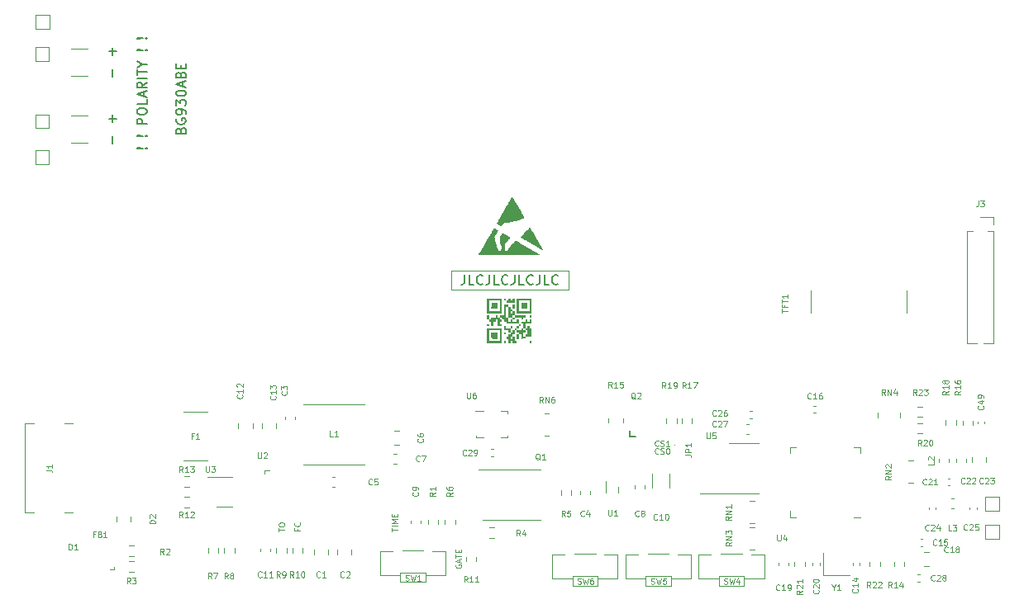
<source format=gbr>
%TF.GenerationSoftware,KiCad,Pcbnew,(5.99.0-11593-g5155093ec0)*%
%TF.CreationDate,2021-08-09T14:05:58+02:00*%
%TF.ProjectId,flatlight_rev21_eside,666c6174-6c69-4676-9874-5f7265763231,rev?*%
%TF.SameCoordinates,Original*%
%TF.FileFunction,Legend,Top*%
%TF.FilePolarity,Positive*%
%FSLAX46Y46*%
G04 Gerber Fmt 4.6, Leading zero omitted, Abs format (unit mm)*
G04 Created by KiCad (PCBNEW (5.99.0-11593-g5155093ec0)) date 2021-08-09 14:05:58*
%MOMM*%
%LPD*%
G01*
G04 APERTURE LIST*
%ADD10C,0.100000*%
%ADD11C,0.120000*%
%ADD12C,0.200000*%
%ADD13C,0.150000*%
%ADD14C,0.010000*%
G04 APERTURE END LIST*
D10*
X105464285Y-76264285D02*
X105435714Y-76292857D01*
X105350000Y-76321428D01*
X105292857Y-76321428D01*
X105207142Y-76292857D01*
X105150000Y-76235714D01*
X105121428Y-76178571D01*
X105092857Y-76064285D01*
X105092857Y-75978571D01*
X105121428Y-75864285D01*
X105150000Y-75807142D01*
X105207142Y-75750000D01*
X105292857Y-75721428D01*
X105350000Y-75721428D01*
X105435714Y-75750000D01*
X105464285Y-75778571D01*
X105692857Y-76292857D02*
X105778571Y-76321428D01*
X105921428Y-76321428D01*
X105978571Y-76292857D01*
X106007142Y-76264285D01*
X106035714Y-76207142D01*
X106035714Y-76150000D01*
X106007142Y-76092857D01*
X105978571Y-76064285D01*
X105921428Y-76035714D01*
X105807142Y-76007142D01*
X105750000Y-75978571D01*
X105721428Y-75950000D01*
X105692857Y-75892857D01*
X105692857Y-75835714D01*
X105721428Y-75778571D01*
X105750000Y-75750000D01*
X105807142Y-75721428D01*
X105950000Y-75721428D01*
X106035714Y-75750000D01*
X106607142Y-76321428D02*
X106264285Y-76321428D01*
X106435714Y-76321428D02*
X106435714Y-75721428D01*
X106378571Y-75807142D01*
X106321428Y-75864285D01*
X106264285Y-75892857D01*
X105464285Y-77064285D02*
X105435714Y-77092857D01*
X105350000Y-77121428D01*
X105292857Y-77121428D01*
X105207142Y-77092857D01*
X105150000Y-77035714D01*
X105121428Y-76978571D01*
X105092857Y-76864285D01*
X105092857Y-76778571D01*
X105121428Y-76664285D01*
X105150000Y-76607142D01*
X105207142Y-76550000D01*
X105292857Y-76521428D01*
X105350000Y-76521428D01*
X105435714Y-76550000D01*
X105464285Y-76578571D01*
X105692857Y-77092857D02*
X105778571Y-77121428D01*
X105921428Y-77121428D01*
X105978571Y-77092857D01*
X106007142Y-77064285D01*
X106035714Y-77007142D01*
X106035714Y-76950000D01*
X106007142Y-76892857D01*
X105978571Y-76864285D01*
X105921428Y-76835714D01*
X105807142Y-76807142D01*
X105750000Y-76778571D01*
X105721428Y-76750000D01*
X105692857Y-76692857D01*
X105692857Y-76635714D01*
X105721428Y-76578571D01*
X105750000Y-76550000D01*
X105807142Y-76521428D01*
X105950000Y-76521428D01*
X106035714Y-76550000D01*
X106407142Y-76521428D02*
X106464285Y-76521428D01*
X106521428Y-76550000D01*
X106550000Y-76578571D01*
X106578571Y-76635714D01*
X106607142Y-76750000D01*
X106607142Y-76892857D01*
X106578571Y-77007142D01*
X106550000Y-77064285D01*
X106521428Y-77092857D01*
X106464285Y-77121428D01*
X106407142Y-77121428D01*
X106350000Y-77092857D01*
X106321428Y-77064285D01*
X106292857Y-77007142D01*
X106264285Y-76892857D01*
X106264285Y-76750000D01*
X106292857Y-76635714D01*
X106321428Y-76578571D01*
X106350000Y-76550000D01*
X106407142Y-76521428D01*
X84725000Y-88475000D02*
X84696428Y-88532142D01*
X84696428Y-88617857D01*
X84725000Y-88703571D01*
X84782142Y-88760714D01*
X84839285Y-88789285D01*
X84953571Y-88817857D01*
X85039285Y-88817857D01*
X85153571Y-88789285D01*
X85210714Y-88760714D01*
X85267857Y-88703571D01*
X85296428Y-88617857D01*
X85296428Y-88560714D01*
X85267857Y-88475000D01*
X85239285Y-88446428D01*
X85039285Y-88446428D01*
X85039285Y-88560714D01*
X85125000Y-88217857D02*
X85125000Y-87932142D01*
X85296428Y-88275000D02*
X84696428Y-88075000D01*
X85296428Y-87875000D01*
X84696428Y-87760714D02*
X84696428Y-87417857D01*
X85296428Y-87589285D02*
X84696428Y-87589285D01*
X84982142Y-87217857D02*
X84982142Y-87017857D01*
X85296428Y-86932142D02*
X85296428Y-87217857D01*
X84696428Y-87217857D01*
X84696428Y-86932142D01*
X78146428Y-85053571D02*
X78146428Y-84710714D01*
X78746428Y-84882142D02*
X78146428Y-84882142D01*
X78746428Y-84510714D02*
X78146428Y-84510714D01*
X78746428Y-84225000D02*
X78146428Y-84225000D01*
X78575000Y-84025000D01*
X78146428Y-83825000D01*
X78746428Y-83825000D01*
X78432142Y-83539285D02*
X78432142Y-83339285D01*
X78746428Y-83253571D02*
X78746428Y-83539285D01*
X78146428Y-83539285D01*
X78146428Y-83253571D01*
X68457142Y-84814285D02*
X68457142Y-85014285D01*
X68771428Y-85014285D02*
X68171428Y-85014285D01*
X68171428Y-84728571D01*
X68714285Y-84157142D02*
X68742857Y-84185714D01*
X68771428Y-84271428D01*
X68771428Y-84328571D01*
X68742857Y-84414285D01*
X68685714Y-84471428D01*
X68628571Y-84500000D01*
X68514285Y-84528571D01*
X68428571Y-84528571D01*
X68314285Y-84500000D01*
X68257142Y-84471428D01*
X68200000Y-84414285D01*
X68171428Y-84328571D01*
X68171428Y-84271428D01*
X68200000Y-84185714D01*
X68228571Y-84157142D01*
X66571428Y-85085714D02*
X66571428Y-84742857D01*
X67171428Y-84914285D02*
X66571428Y-84914285D01*
X66571428Y-84428571D02*
X66571428Y-84314285D01*
X66600000Y-84257142D01*
X66657142Y-84200000D01*
X66771428Y-84171428D01*
X66971428Y-84171428D01*
X67085714Y-84200000D01*
X67142857Y-84257142D01*
X67171428Y-84314285D01*
X67171428Y-84428571D01*
X67142857Y-84485714D01*
X67085714Y-84542857D01*
X66971428Y-84571428D01*
X66771428Y-84571428D01*
X66657142Y-84542857D01*
X66600000Y-84485714D01*
X66571428Y-84428571D01*
D11*
%TO.C,R20*%
X132414285Y-76271428D02*
X132214285Y-75985714D01*
X132071428Y-76271428D02*
X132071428Y-75671428D01*
X132300000Y-75671428D01*
X132357142Y-75700000D01*
X132385714Y-75728571D01*
X132414285Y-75785714D01*
X132414285Y-75871428D01*
X132385714Y-75928571D01*
X132357142Y-75957142D01*
X132300000Y-75985714D01*
X132071428Y-75985714D01*
X132642857Y-75728571D02*
X132671428Y-75700000D01*
X132728571Y-75671428D01*
X132871428Y-75671428D01*
X132928571Y-75700000D01*
X132957142Y-75728571D01*
X132985714Y-75785714D01*
X132985714Y-75842857D01*
X132957142Y-75928571D01*
X132614285Y-76271428D01*
X132985714Y-76271428D01*
X133357142Y-75671428D02*
X133414285Y-75671428D01*
X133471428Y-75700000D01*
X133500000Y-75728571D01*
X133528571Y-75785714D01*
X133557142Y-75900000D01*
X133557142Y-76042857D01*
X133528571Y-76157142D01*
X133500000Y-76214285D01*
X133471428Y-76242857D01*
X133414285Y-76271428D01*
X133357142Y-76271428D01*
X133300000Y-76242857D01*
X133271428Y-76214285D01*
X133242857Y-76157142D01*
X133214285Y-76042857D01*
X133214285Y-75900000D01*
X133242857Y-75785714D01*
X133271428Y-75728571D01*
X133300000Y-75700000D01*
X133357142Y-75671428D01*
%TO.C,C26*%
X111364285Y-73164285D02*
X111335714Y-73192857D01*
X111250000Y-73221428D01*
X111192857Y-73221428D01*
X111107142Y-73192857D01*
X111050000Y-73135714D01*
X111021428Y-73078571D01*
X110992857Y-72964285D01*
X110992857Y-72878571D01*
X111021428Y-72764285D01*
X111050000Y-72707142D01*
X111107142Y-72650000D01*
X111192857Y-72621428D01*
X111250000Y-72621428D01*
X111335714Y-72650000D01*
X111364285Y-72678571D01*
X111592857Y-72678571D02*
X111621428Y-72650000D01*
X111678571Y-72621428D01*
X111821428Y-72621428D01*
X111878571Y-72650000D01*
X111907142Y-72678571D01*
X111935714Y-72735714D01*
X111935714Y-72792857D01*
X111907142Y-72878571D01*
X111564285Y-73221428D01*
X111935714Y-73221428D01*
X112450000Y-72621428D02*
X112335714Y-72621428D01*
X112278571Y-72650000D01*
X112250000Y-72678571D01*
X112192857Y-72764285D01*
X112164285Y-72878571D01*
X112164285Y-73107142D01*
X112192857Y-73164285D01*
X112221428Y-73192857D01*
X112278571Y-73221428D01*
X112392857Y-73221428D01*
X112450000Y-73192857D01*
X112478571Y-73164285D01*
X112507142Y-73107142D01*
X112507142Y-72964285D01*
X112478571Y-72907142D01*
X112450000Y-72878571D01*
X112392857Y-72850000D01*
X112278571Y-72850000D01*
X112221428Y-72878571D01*
X112192857Y-72907142D01*
X112164285Y-72964285D01*
%TO.C,C4*%
X97850000Y-83464285D02*
X97821428Y-83492857D01*
X97735714Y-83521428D01*
X97678571Y-83521428D01*
X97592857Y-83492857D01*
X97535714Y-83435714D01*
X97507142Y-83378571D01*
X97478571Y-83264285D01*
X97478571Y-83178571D01*
X97507142Y-83064285D01*
X97535714Y-83007142D01*
X97592857Y-82950000D01*
X97678571Y-82921428D01*
X97735714Y-82921428D01*
X97821428Y-82950000D01*
X97850000Y-82978571D01*
X98364285Y-83121428D02*
X98364285Y-83521428D01*
X98221428Y-82892857D02*
X98078571Y-83321428D01*
X98450000Y-83321428D01*
%TO.C,RN6*%
X93635714Y-71871428D02*
X93435714Y-71585714D01*
X93292857Y-71871428D02*
X93292857Y-71271428D01*
X93521428Y-71271428D01*
X93578571Y-71300000D01*
X93607142Y-71328571D01*
X93635714Y-71385714D01*
X93635714Y-71471428D01*
X93607142Y-71528571D01*
X93578571Y-71557142D01*
X93521428Y-71585714D01*
X93292857Y-71585714D01*
X93892857Y-71871428D02*
X93892857Y-71271428D01*
X94235714Y-71871428D01*
X94235714Y-71271428D01*
X94778571Y-71271428D02*
X94664285Y-71271428D01*
X94607142Y-71300000D01*
X94578571Y-71328571D01*
X94521428Y-71414285D01*
X94492857Y-71528571D01*
X94492857Y-71757142D01*
X94521428Y-71814285D01*
X94550000Y-71842857D01*
X94607142Y-71871428D01*
X94721428Y-71871428D01*
X94778571Y-71842857D01*
X94807142Y-71814285D01*
X94835714Y-71757142D01*
X94835714Y-71614285D01*
X94807142Y-71557142D01*
X94778571Y-71528571D01*
X94721428Y-71500000D01*
X94607142Y-71500000D01*
X94550000Y-71528571D01*
X94521428Y-71557142D01*
X94492857Y-71614285D01*
%TO.C,C20*%
X121840019Y-91085714D02*
X121868591Y-91114285D01*
X121897162Y-91200000D01*
X121897162Y-91257142D01*
X121868591Y-91342857D01*
X121811448Y-91400000D01*
X121754305Y-91428571D01*
X121640019Y-91457142D01*
X121554305Y-91457142D01*
X121440019Y-91428571D01*
X121382876Y-91400000D01*
X121325734Y-91342857D01*
X121297162Y-91257142D01*
X121297162Y-91200000D01*
X121325734Y-91114285D01*
X121354305Y-91085714D01*
X121354305Y-90857142D02*
X121325734Y-90828571D01*
X121297162Y-90771428D01*
X121297162Y-90628571D01*
X121325734Y-90571428D01*
X121354305Y-90542857D01*
X121411448Y-90514285D01*
X121468591Y-90514285D01*
X121554305Y-90542857D01*
X121897162Y-90885714D01*
X121897162Y-90514285D01*
X121297162Y-90142857D02*
X121297162Y-90085714D01*
X121325734Y-90028571D01*
X121354305Y-90000000D01*
X121411448Y-89971428D01*
X121525734Y-89942857D01*
X121668591Y-89942857D01*
X121782876Y-89971428D01*
X121840019Y-90000000D01*
X121868591Y-90028571D01*
X121897162Y-90085714D01*
X121897162Y-90142857D01*
X121868591Y-90200000D01*
X121840019Y-90228571D01*
X121782876Y-90257142D01*
X121668591Y-90285714D01*
X121525734Y-90285714D01*
X121411448Y-90257142D01*
X121354305Y-90228571D01*
X121325734Y-90200000D01*
X121297162Y-90142857D01*
%TO.C,R7*%
X59700000Y-89921428D02*
X59500000Y-89635714D01*
X59357142Y-89921428D02*
X59357142Y-89321428D01*
X59585714Y-89321428D01*
X59642857Y-89350000D01*
X59671428Y-89378571D01*
X59700000Y-89435714D01*
X59700000Y-89521428D01*
X59671428Y-89578571D01*
X59642857Y-89607142D01*
X59585714Y-89635714D01*
X59357142Y-89635714D01*
X59900000Y-89321428D02*
X60300000Y-89321428D01*
X60042857Y-89921428D01*
%TO.C,U2*%
X64442857Y-76971428D02*
X64442857Y-77457142D01*
X64471428Y-77514285D01*
X64500000Y-77542857D01*
X64557142Y-77571428D01*
X64671428Y-77571428D01*
X64728571Y-77542857D01*
X64757142Y-77514285D01*
X64785714Y-77457142D01*
X64785714Y-76971428D01*
X65042857Y-77028571D02*
X65071428Y-77000000D01*
X65128571Y-76971428D01*
X65271428Y-76971428D01*
X65328571Y-77000000D01*
X65357142Y-77028571D01*
X65385714Y-77085714D01*
X65385714Y-77142857D01*
X65357142Y-77228571D01*
X65014285Y-77571428D01*
X65385714Y-77571428D01*
%TO.C,J3*%
X138225000Y-51136428D02*
X138225000Y-51565000D01*
X138196428Y-51650714D01*
X138139285Y-51707857D01*
X138053571Y-51736428D01*
X137996428Y-51736428D01*
X138453571Y-51136428D02*
X138825000Y-51136428D01*
X138625000Y-51365000D01*
X138710714Y-51365000D01*
X138767857Y-51393571D01*
X138796428Y-51422142D01*
X138825000Y-51479285D01*
X138825000Y-51622142D01*
X138796428Y-51679285D01*
X138767857Y-51707857D01*
X138710714Y-51736428D01*
X138539285Y-51736428D01*
X138482142Y-51707857D01*
X138453571Y-51679285D01*
%TO.C,C3*%
X67364285Y-70700000D02*
X67392857Y-70728571D01*
X67421428Y-70814285D01*
X67421428Y-70871428D01*
X67392857Y-70957142D01*
X67335714Y-71014285D01*
X67278571Y-71042857D01*
X67164285Y-71071428D01*
X67078571Y-71071428D01*
X66964285Y-71042857D01*
X66907142Y-71014285D01*
X66850000Y-70957142D01*
X66821428Y-70871428D01*
X66821428Y-70814285D01*
X66850000Y-70728571D01*
X66878571Y-70700000D01*
X66821428Y-70500000D02*
X66821428Y-70128571D01*
X67050000Y-70328571D01*
X67050000Y-70242857D01*
X67078571Y-70185714D01*
X67107142Y-70157142D01*
X67164285Y-70128571D01*
X67307142Y-70128571D01*
X67364285Y-70157142D01*
X67392857Y-70185714D01*
X67421428Y-70242857D01*
X67421428Y-70414285D01*
X67392857Y-70471428D01*
X67364285Y-70500000D01*
%TO.C,J1*%
X42771428Y-78775000D02*
X43200000Y-78775000D01*
X43285714Y-78803571D01*
X43342857Y-78860714D01*
X43371428Y-78946428D01*
X43371428Y-79003571D01*
X43371428Y-78175000D02*
X43371428Y-78517857D01*
X43371428Y-78346428D02*
X42771428Y-78346428D01*
X42857142Y-78403571D01*
X42914285Y-78460714D01*
X42942857Y-78517857D01*
%TO.C,FB1*%
X47750000Y-85357142D02*
X47550000Y-85357142D01*
X47550000Y-85671428D02*
X47550000Y-85071428D01*
X47835714Y-85071428D01*
X48264285Y-85357142D02*
X48350000Y-85385714D01*
X48378571Y-85414285D01*
X48407142Y-85471428D01*
X48407142Y-85557142D01*
X48378571Y-85614285D01*
X48350000Y-85642857D01*
X48292857Y-85671428D01*
X48064285Y-85671428D01*
X48064285Y-85071428D01*
X48264285Y-85071428D01*
X48321428Y-85100000D01*
X48350000Y-85128571D01*
X48378571Y-85185714D01*
X48378571Y-85242857D01*
X48350000Y-85300000D01*
X48321428Y-85328571D01*
X48264285Y-85357142D01*
X48064285Y-85357142D01*
X48978571Y-85671428D02*
X48635714Y-85671428D01*
X48807142Y-85671428D02*
X48807142Y-85071428D01*
X48750000Y-85157142D01*
X48692857Y-85214285D01*
X48635714Y-85242857D01*
%TO.C,C9*%
X80814285Y-81050000D02*
X80842857Y-81078571D01*
X80871428Y-81164285D01*
X80871428Y-81221428D01*
X80842857Y-81307142D01*
X80785714Y-81364285D01*
X80728571Y-81392857D01*
X80614285Y-81421428D01*
X80528571Y-81421428D01*
X80414285Y-81392857D01*
X80357142Y-81364285D01*
X80300000Y-81307142D01*
X80271428Y-81221428D01*
X80271428Y-81164285D01*
X80300000Y-81078571D01*
X80328571Y-81050000D01*
X80871428Y-80764285D02*
X80871428Y-80650000D01*
X80842857Y-80592857D01*
X80814285Y-80564285D01*
X80728571Y-80507142D01*
X80614285Y-80478571D01*
X80385714Y-80478571D01*
X80328571Y-80507142D01*
X80300000Y-80535714D01*
X80271428Y-80592857D01*
X80271428Y-80707142D01*
X80300000Y-80764285D01*
X80328571Y-80792857D01*
X80385714Y-80821428D01*
X80528571Y-80821428D01*
X80585714Y-80792857D01*
X80614285Y-80764285D01*
X80642857Y-80707142D01*
X80642857Y-80592857D01*
X80614285Y-80535714D01*
X80585714Y-80507142D01*
X80528571Y-80478571D01*
%TO.C,R10*%
X68064285Y-89771428D02*
X67864285Y-89485714D01*
X67721428Y-89771428D02*
X67721428Y-89171428D01*
X67950000Y-89171428D01*
X68007142Y-89200000D01*
X68035714Y-89228571D01*
X68064285Y-89285714D01*
X68064285Y-89371428D01*
X68035714Y-89428571D01*
X68007142Y-89457142D01*
X67950000Y-89485714D01*
X67721428Y-89485714D01*
X68635714Y-89771428D02*
X68292857Y-89771428D01*
X68464285Y-89771428D02*
X68464285Y-89171428D01*
X68407142Y-89257142D01*
X68350000Y-89314285D01*
X68292857Y-89342857D01*
X69007142Y-89171428D02*
X69064285Y-89171428D01*
X69121428Y-89200000D01*
X69150000Y-89228571D01*
X69178571Y-89285714D01*
X69207142Y-89400000D01*
X69207142Y-89542857D01*
X69178571Y-89657142D01*
X69150000Y-89714285D01*
X69121428Y-89742857D01*
X69064285Y-89771428D01*
X69007142Y-89771428D01*
X68950000Y-89742857D01*
X68921428Y-89714285D01*
X68892857Y-89657142D01*
X68864285Y-89542857D01*
X68864285Y-89400000D01*
X68892857Y-89285714D01*
X68921428Y-89228571D01*
X68950000Y-89200000D01*
X69007142Y-89171428D01*
%TO.C,SW6*%
X97200000Y-90442857D02*
X97285714Y-90471428D01*
X97428571Y-90471428D01*
X97485714Y-90442857D01*
X97514285Y-90414285D01*
X97542857Y-90357142D01*
X97542857Y-90300000D01*
X97514285Y-90242857D01*
X97485714Y-90214285D01*
X97428571Y-90185714D01*
X97314285Y-90157142D01*
X97257142Y-90128571D01*
X97228571Y-90100000D01*
X97200000Y-90042857D01*
X97200000Y-89985714D01*
X97228571Y-89928571D01*
X97257142Y-89900000D01*
X97314285Y-89871428D01*
X97457142Y-89871428D01*
X97542857Y-89900000D01*
X97742857Y-89871428D02*
X97885714Y-90471428D01*
X98000000Y-90042857D01*
X98114285Y-90471428D01*
X98257142Y-89871428D01*
X98742857Y-89871428D02*
X98628571Y-89871428D01*
X98571428Y-89900000D01*
X98542857Y-89928571D01*
X98485714Y-90014285D01*
X98457142Y-90128571D01*
X98457142Y-90357142D01*
X98485714Y-90414285D01*
X98514285Y-90442857D01*
X98571428Y-90471428D01*
X98685714Y-90471428D01*
X98742857Y-90442857D01*
X98771428Y-90414285D01*
X98800000Y-90357142D01*
X98800000Y-90214285D01*
X98771428Y-90157142D01*
X98742857Y-90128571D01*
X98685714Y-90100000D01*
X98571428Y-90100000D01*
X98514285Y-90128571D01*
X98485714Y-90157142D01*
X98457142Y-90214285D01*
%TO.C,C18*%
X135114285Y-87164285D02*
X135085714Y-87192857D01*
X135000000Y-87221428D01*
X134942857Y-87221428D01*
X134857142Y-87192857D01*
X134800000Y-87135714D01*
X134771428Y-87078571D01*
X134742857Y-86964285D01*
X134742857Y-86878571D01*
X134771428Y-86764285D01*
X134800000Y-86707142D01*
X134857142Y-86650000D01*
X134942857Y-86621428D01*
X135000000Y-86621428D01*
X135085714Y-86650000D01*
X135114285Y-86678571D01*
X135685714Y-87221428D02*
X135342857Y-87221428D01*
X135514285Y-87221428D02*
X135514285Y-86621428D01*
X135457142Y-86707142D01*
X135400000Y-86764285D01*
X135342857Y-86792857D01*
X136028571Y-86878571D02*
X135971428Y-86850000D01*
X135942857Y-86821428D01*
X135914285Y-86764285D01*
X135914285Y-86735714D01*
X135942857Y-86678571D01*
X135971428Y-86650000D01*
X136028571Y-86621428D01*
X136142857Y-86621428D01*
X136200000Y-86650000D01*
X136228571Y-86678571D01*
X136257142Y-86735714D01*
X136257142Y-86764285D01*
X136228571Y-86821428D01*
X136200000Y-86850000D01*
X136142857Y-86878571D01*
X136028571Y-86878571D01*
X135971428Y-86907142D01*
X135942857Y-86935714D01*
X135914285Y-86992857D01*
X135914285Y-87107142D01*
X135942857Y-87164285D01*
X135971428Y-87192857D01*
X136028571Y-87221428D01*
X136142857Y-87221428D01*
X136200000Y-87192857D01*
X136228571Y-87164285D01*
X136257142Y-87107142D01*
X136257142Y-86992857D01*
X136228571Y-86935714D01*
X136200000Y-86907142D01*
X136142857Y-86878571D01*
%TO.C,C10*%
X105338551Y-83814285D02*
X105309980Y-83842857D01*
X105224266Y-83871428D01*
X105167123Y-83871428D01*
X105081408Y-83842857D01*
X105024266Y-83785714D01*
X104995694Y-83728571D01*
X104967123Y-83614285D01*
X104967123Y-83528571D01*
X104995694Y-83414285D01*
X105024266Y-83357142D01*
X105081408Y-83300000D01*
X105167123Y-83271428D01*
X105224266Y-83271428D01*
X105309980Y-83300000D01*
X105338551Y-83328571D01*
X105909980Y-83871428D02*
X105567123Y-83871428D01*
X105738551Y-83871428D02*
X105738551Y-83271428D01*
X105681408Y-83357142D01*
X105624266Y-83414285D01*
X105567123Y-83442857D01*
X106281408Y-83271428D02*
X106338551Y-83271428D01*
X106395694Y-83300000D01*
X106424266Y-83328571D01*
X106452837Y-83385714D01*
X106481408Y-83500000D01*
X106481408Y-83642857D01*
X106452837Y-83757142D01*
X106424266Y-83814285D01*
X106395694Y-83842857D01*
X106338551Y-83871428D01*
X106281408Y-83871428D01*
X106224266Y-83842857D01*
X106195694Y-83814285D01*
X106167123Y-83757142D01*
X106138551Y-83642857D01*
X106138551Y-83500000D01*
X106167123Y-83385714D01*
X106195694Y-83328571D01*
X106224266Y-83300000D01*
X106281408Y-83271428D01*
D12*
%TO.C,logo2*%
X85606686Y-58752380D02*
X85606686Y-59466666D01*
X85559067Y-59609523D01*
X85463829Y-59704761D01*
X85320972Y-59752380D01*
X85225734Y-59752380D01*
X86559067Y-59752380D02*
X86082876Y-59752380D01*
X86082876Y-58752380D01*
X87463829Y-59657142D02*
X87416210Y-59704761D01*
X87273353Y-59752380D01*
X87178114Y-59752380D01*
X87035257Y-59704761D01*
X86940019Y-59609523D01*
X86892400Y-59514285D01*
X86844781Y-59323809D01*
X86844781Y-59180952D01*
X86892400Y-58990476D01*
X86940019Y-58895238D01*
X87035257Y-58800000D01*
X87178114Y-58752380D01*
X87273353Y-58752380D01*
X87416210Y-58800000D01*
X87463829Y-58847619D01*
X88178114Y-58752380D02*
X88178114Y-59466666D01*
X88130495Y-59609523D01*
X88035257Y-59704761D01*
X87892400Y-59752380D01*
X87797162Y-59752380D01*
X89130495Y-59752380D02*
X88654305Y-59752380D01*
X88654305Y-58752380D01*
X90035257Y-59657142D02*
X89987638Y-59704761D01*
X89844781Y-59752380D01*
X89749543Y-59752380D01*
X89606686Y-59704761D01*
X89511448Y-59609523D01*
X89463829Y-59514285D01*
X89416210Y-59323809D01*
X89416210Y-59180952D01*
X89463829Y-58990476D01*
X89511448Y-58895238D01*
X89606686Y-58800000D01*
X89749543Y-58752380D01*
X89844781Y-58752380D01*
X89987638Y-58800000D01*
X90035257Y-58847619D01*
X90749543Y-58752380D02*
X90749543Y-59466666D01*
X90701924Y-59609523D01*
X90606686Y-59704761D01*
X90463829Y-59752380D01*
X90368591Y-59752380D01*
X91701924Y-59752380D02*
X91225734Y-59752380D01*
X91225734Y-58752380D01*
X92606686Y-59657142D02*
X92559067Y-59704761D01*
X92416210Y-59752380D01*
X92320972Y-59752380D01*
X92178114Y-59704761D01*
X92082876Y-59609523D01*
X92035257Y-59514285D01*
X91987638Y-59323809D01*
X91987638Y-59180952D01*
X92035257Y-58990476D01*
X92082876Y-58895238D01*
X92178114Y-58800000D01*
X92320972Y-58752380D01*
X92416210Y-58752380D01*
X92559067Y-58800000D01*
X92606686Y-58847619D01*
X93320972Y-58752380D02*
X93320972Y-59466666D01*
X93273353Y-59609523D01*
X93178114Y-59704761D01*
X93035257Y-59752380D01*
X92940019Y-59752380D01*
X94273353Y-59752380D02*
X93797162Y-59752380D01*
X93797162Y-58752380D01*
X95178114Y-59657142D02*
X95130495Y-59704761D01*
X94987638Y-59752380D01*
X94892400Y-59752380D01*
X94749543Y-59704761D01*
X94654305Y-59609523D01*
X94606686Y-59514285D01*
X94559067Y-59323809D01*
X94559067Y-59180952D01*
X94606686Y-58990476D01*
X94654305Y-58895238D01*
X94749543Y-58800000D01*
X94892400Y-58752380D01*
X94987638Y-58752380D01*
X95130495Y-58800000D01*
X95178114Y-58847619D01*
D11*
%TO.C,C15*%
X133940019Y-86414285D02*
X133911448Y-86442857D01*
X133825734Y-86471428D01*
X133768591Y-86471428D01*
X133682876Y-86442857D01*
X133625734Y-86385714D01*
X133597162Y-86328571D01*
X133568591Y-86214285D01*
X133568591Y-86128571D01*
X133597162Y-86014285D01*
X133625734Y-85957142D01*
X133682876Y-85900000D01*
X133768591Y-85871428D01*
X133825734Y-85871428D01*
X133911448Y-85900000D01*
X133940019Y-85928571D01*
X134511448Y-86471428D02*
X134168591Y-86471428D01*
X134340019Y-86471428D02*
X134340019Y-85871428D01*
X134282876Y-85957142D01*
X134225734Y-86014285D01*
X134168591Y-86042857D01*
X135054305Y-85871428D02*
X134768591Y-85871428D01*
X134740019Y-86157142D01*
X134768591Y-86128571D01*
X134825734Y-86100000D01*
X134968591Y-86100000D01*
X135025734Y-86128571D01*
X135054305Y-86157142D01*
X135082876Y-86214285D01*
X135082876Y-86357142D01*
X135054305Y-86414285D01*
X135025734Y-86442857D01*
X134968591Y-86471428D01*
X134825734Y-86471428D01*
X134768591Y-86442857D01*
X134740019Y-86414285D01*
%TO.C,R22*%
X127190019Y-90821428D02*
X126990019Y-90535714D01*
X126847162Y-90821428D02*
X126847162Y-90221428D01*
X127075734Y-90221428D01*
X127132876Y-90250000D01*
X127161448Y-90278571D01*
X127190019Y-90335714D01*
X127190019Y-90421428D01*
X127161448Y-90478571D01*
X127132876Y-90507142D01*
X127075734Y-90535714D01*
X126847162Y-90535714D01*
X127418591Y-90278571D02*
X127447162Y-90250000D01*
X127504305Y-90221428D01*
X127647162Y-90221428D01*
X127704305Y-90250000D01*
X127732876Y-90278571D01*
X127761448Y-90335714D01*
X127761448Y-90392857D01*
X127732876Y-90478571D01*
X127390019Y-90821428D01*
X127761448Y-90821428D01*
X127990019Y-90278571D02*
X128018591Y-90250000D01*
X128075734Y-90221428D01*
X128218591Y-90221428D01*
X128275734Y-90250000D01*
X128304305Y-90278571D01*
X128332876Y-90335714D01*
X128332876Y-90392857D01*
X128304305Y-90478571D01*
X127961448Y-90821428D01*
X128332876Y-90821428D01*
%TO.C,C1*%
X70824266Y-89714285D02*
X70795694Y-89742857D01*
X70709980Y-89771428D01*
X70652837Y-89771428D01*
X70567123Y-89742857D01*
X70509980Y-89685714D01*
X70481408Y-89628571D01*
X70452837Y-89514285D01*
X70452837Y-89428571D01*
X70481408Y-89314285D01*
X70509980Y-89257142D01*
X70567123Y-89200000D01*
X70652837Y-89171428D01*
X70709980Y-89171428D01*
X70795694Y-89200000D01*
X70824266Y-89228571D01*
X71395694Y-89771428D02*
X71052837Y-89771428D01*
X71224266Y-89771428D02*
X71224266Y-89171428D01*
X71167123Y-89257142D01*
X71109980Y-89314285D01*
X71052837Y-89342857D01*
%TO.C,R3*%
X51370000Y-90421428D02*
X51170000Y-90135714D01*
X51027142Y-90421428D02*
X51027142Y-89821428D01*
X51255714Y-89821428D01*
X51312857Y-89850000D01*
X51341428Y-89878571D01*
X51370000Y-89935714D01*
X51370000Y-90021428D01*
X51341428Y-90078571D01*
X51312857Y-90107142D01*
X51255714Y-90135714D01*
X51027142Y-90135714D01*
X51570000Y-89821428D02*
X51941428Y-89821428D01*
X51741428Y-90050000D01*
X51827142Y-90050000D01*
X51884285Y-90078571D01*
X51912857Y-90107142D01*
X51941428Y-90164285D01*
X51941428Y-90307142D01*
X51912857Y-90364285D01*
X51884285Y-90392857D01*
X51827142Y-90421428D01*
X51655714Y-90421428D01*
X51598571Y-90392857D01*
X51570000Y-90364285D01*
%TO.C,R13*%
X56740019Y-78971428D02*
X56540019Y-78685714D01*
X56397162Y-78971428D02*
X56397162Y-78371428D01*
X56625734Y-78371428D01*
X56682876Y-78400000D01*
X56711448Y-78428571D01*
X56740019Y-78485714D01*
X56740019Y-78571428D01*
X56711448Y-78628571D01*
X56682876Y-78657142D01*
X56625734Y-78685714D01*
X56397162Y-78685714D01*
X57311448Y-78971428D02*
X56968591Y-78971428D01*
X57140019Y-78971428D02*
X57140019Y-78371428D01*
X57082876Y-78457142D01*
X57025734Y-78514285D01*
X56968591Y-78542857D01*
X57511448Y-78371428D02*
X57882876Y-78371428D01*
X57682876Y-78600000D01*
X57768591Y-78600000D01*
X57825734Y-78628571D01*
X57854305Y-78657142D01*
X57882876Y-78714285D01*
X57882876Y-78857142D01*
X57854305Y-78914285D01*
X57825734Y-78942857D01*
X57768591Y-78971428D01*
X57597162Y-78971428D01*
X57540019Y-78942857D01*
X57511448Y-78914285D01*
%TO.C,C8*%
X103450000Y-83464285D02*
X103421428Y-83492857D01*
X103335714Y-83521428D01*
X103278571Y-83521428D01*
X103192857Y-83492857D01*
X103135714Y-83435714D01*
X103107142Y-83378571D01*
X103078571Y-83264285D01*
X103078571Y-83178571D01*
X103107142Y-83064285D01*
X103135714Y-83007142D01*
X103192857Y-82950000D01*
X103278571Y-82921428D01*
X103335714Y-82921428D01*
X103421428Y-82950000D01*
X103450000Y-82978571D01*
X103792857Y-83178571D02*
X103735714Y-83150000D01*
X103707142Y-83121428D01*
X103678571Y-83064285D01*
X103678571Y-83035714D01*
X103707142Y-82978571D01*
X103735714Y-82950000D01*
X103792857Y-82921428D01*
X103907142Y-82921428D01*
X103964285Y-82950000D01*
X103992857Y-82978571D01*
X104021428Y-83035714D01*
X104021428Y-83064285D01*
X103992857Y-83121428D01*
X103964285Y-83150000D01*
X103907142Y-83178571D01*
X103792857Y-83178571D01*
X103735714Y-83207142D01*
X103707142Y-83235714D01*
X103678571Y-83292857D01*
X103678571Y-83407142D01*
X103707142Y-83464285D01*
X103735714Y-83492857D01*
X103792857Y-83521428D01*
X103907142Y-83521428D01*
X103964285Y-83492857D01*
X103992857Y-83464285D01*
X104021428Y-83407142D01*
X104021428Y-83292857D01*
X103992857Y-83235714D01*
X103964285Y-83207142D01*
X103907142Y-83178571D01*
%TO.C,C25*%
X137114285Y-84864285D02*
X137085714Y-84892857D01*
X137000000Y-84921428D01*
X136942857Y-84921428D01*
X136857142Y-84892857D01*
X136800000Y-84835714D01*
X136771428Y-84778571D01*
X136742857Y-84664285D01*
X136742857Y-84578571D01*
X136771428Y-84464285D01*
X136800000Y-84407142D01*
X136857142Y-84350000D01*
X136942857Y-84321428D01*
X137000000Y-84321428D01*
X137085714Y-84350000D01*
X137114285Y-84378571D01*
X137342857Y-84378571D02*
X137371428Y-84350000D01*
X137428571Y-84321428D01*
X137571428Y-84321428D01*
X137628571Y-84350000D01*
X137657142Y-84378571D01*
X137685714Y-84435714D01*
X137685714Y-84492857D01*
X137657142Y-84578571D01*
X137314285Y-84921428D01*
X137685714Y-84921428D01*
X138228571Y-84321428D02*
X137942857Y-84321428D01*
X137914285Y-84607142D01*
X137942857Y-84578571D01*
X138000000Y-84550000D01*
X138142857Y-84550000D01*
X138200000Y-84578571D01*
X138228571Y-84607142D01*
X138257142Y-84664285D01*
X138257142Y-84807142D01*
X138228571Y-84864285D01*
X138200000Y-84892857D01*
X138142857Y-84921428D01*
X138000000Y-84921428D01*
X137942857Y-84892857D01*
X137914285Y-84864285D01*
%TO.C,C24*%
X133164285Y-84914285D02*
X133135714Y-84942857D01*
X133050000Y-84971428D01*
X132992857Y-84971428D01*
X132907142Y-84942857D01*
X132850000Y-84885714D01*
X132821428Y-84828571D01*
X132792857Y-84714285D01*
X132792857Y-84628571D01*
X132821428Y-84514285D01*
X132850000Y-84457142D01*
X132907142Y-84400000D01*
X132992857Y-84371428D01*
X133050000Y-84371428D01*
X133135714Y-84400000D01*
X133164285Y-84428571D01*
X133392857Y-84428571D02*
X133421428Y-84400000D01*
X133478571Y-84371428D01*
X133621428Y-84371428D01*
X133678571Y-84400000D01*
X133707142Y-84428571D01*
X133735714Y-84485714D01*
X133735714Y-84542857D01*
X133707142Y-84628571D01*
X133364285Y-84971428D01*
X133735714Y-84971428D01*
X134250000Y-84571428D02*
X134250000Y-84971428D01*
X134107142Y-84342857D02*
X133964285Y-84771428D01*
X134335714Y-84771428D01*
%TO.C,R2*%
X54800000Y-87421428D02*
X54600000Y-87135714D01*
X54457142Y-87421428D02*
X54457142Y-86821428D01*
X54685714Y-86821428D01*
X54742857Y-86850000D01*
X54771428Y-86878571D01*
X54800000Y-86935714D01*
X54800000Y-87021428D01*
X54771428Y-87078571D01*
X54742857Y-87107142D01*
X54685714Y-87135714D01*
X54457142Y-87135714D01*
X55028571Y-86878571D02*
X55057142Y-86850000D01*
X55114285Y-86821428D01*
X55257142Y-86821428D01*
X55314285Y-86850000D01*
X55342857Y-86878571D01*
X55371428Y-86935714D01*
X55371428Y-86992857D01*
X55342857Y-87078571D01*
X55000000Y-87421428D01*
X55371428Y-87421428D01*
%TO.C,R15*%
X100714285Y-70321428D02*
X100514285Y-70035714D01*
X100371428Y-70321428D02*
X100371428Y-69721428D01*
X100600000Y-69721428D01*
X100657142Y-69750000D01*
X100685714Y-69778571D01*
X100714285Y-69835714D01*
X100714285Y-69921428D01*
X100685714Y-69978571D01*
X100657142Y-70007142D01*
X100600000Y-70035714D01*
X100371428Y-70035714D01*
X101285714Y-70321428D02*
X100942857Y-70321428D01*
X101114285Y-70321428D02*
X101114285Y-69721428D01*
X101057142Y-69807142D01*
X101000000Y-69864285D01*
X100942857Y-69892857D01*
X101828571Y-69721428D02*
X101542857Y-69721428D01*
X101514285Y-70007142D01*
X101542857Y-69978571D01*
X101600000Y-69950000D01*
X101742857Y-69950000D01*
X101800000Y-69978571D01*
X101828571Y-70007142D01*
X101857142Y-70064285D01*
X101857142Y-70207142D01*
X101828571Y-70264285D01*
X101800000Y-70292857D01*
X101742857Y-70321428D01*
X101600000Y-70321428D01*
X101542857Y-70292857D01*
X101514285Y-70264285D01*
D13*
%TO.C,BT1*%
X49571428Y-43080952D02*
X49571428Y-42319047D01*
X49952380Y-42700000D02*
X49190476Y-42700000D01*
X49571428Y-38380952D02*
X49571428Y-37619047D01*
X49571428Y-36180952D02*
X49571428Y-35419047D01*
X49952380Y-35800000D02*
X49190476Y-35800000D01*
X56528571Y-43919047D02*
X56576190Y-43776190D01*
X56623809Y-43728571D01*
X56719047Y-43680952D01*
X56861904Y-43680952D01*
X56957142Y-43728571D01*
X57004761Y-43776190D01*
X57052380Y-43871428D01*
X57052380Y-44252380D01*
X56052380Y-44252380D01*
X56052380Y-43919047D01*
X56100000Y-43823809D01*
X56147619Y-43776190D01*
X56242857Y-43728571D01*
X56338095Y-43728571D01*
X56433333Y-43776190D01*
X56480952Y-43823809D01*
X56528571Y-43919047D01*
X56528571Y-44252380D01*
X56100000Y-42728571D02*
X56052380Y-42823809D01*
X56052380Y-42966666D01*
X56100000Y-43109523D01*
X56195238Y-43204761D01*
X56290476Y-43252380D01*
X56480952Y-43300000D01*
X56623809Y-43300000D01*
X56814285Y-43252380D01*
X56909523Y-43204761D01*
X57004761Y-43109523D01*
X57052380Y-42966666D01*
X57052380Y-42871428D01*
X57004761Y-42728571D01*
X56957142Y-42680952D01*
X56623809Y-42680952D01*
X56623809Y-42871428D01*
X57052380Y-42204761D02*
X57052380Y-42014285D01*
X57004761Y-41919047D01*
X56957142Y-41871428D01*
X56814285Y-41776190D01*
X56623809Y-41728571D01*
X56242857Y-41728571D01*
X56147619Y-41776190D01*
X56100000Y-41823809D01*
X56052380Y-41919047D01*
X56052380Y-42109523D01*
X56100000Y-42204761D01*
X56147619Y-42252380D01*
X56242857Y-42300000D01*
X56480952Y-42300000D01*
X56576190Y-42252380D01*
X56623809Y-42204761D01*
X56671428Y-42109523D01*
X56671428Y-41919047D01*
X56623809Y-41823809D01*
X56576190Y-41776190D01*
X56480952Y-41728571D01*
X56052380Y-41395238D02*
X56052380Y-40776190D01*
X56433333Y-41109523D01*
X56433333Y-40966666D01*
X56480952Y-40871428D01*
X56528571Y-40823809D01*
X56623809Y-40776190D01*
X56861904Y-40776190D01*
X56957142Y-40823809D01*
X57004761Y-40871428D01*
X57052380Y-40966666D01*
X57052380Y-41252380D01*
X57004761Y-41347619D01*
X56957142Y-41395238D01*
X56052380Y-40157142D02*
X56052380Y-40061904D01*
X56100000Y-39966666D01*
X56147619Y-39919047D01*
X56242857Y-39871428D01*
X56433333Y-39823809D01*
X56671428Y-39823809D01*
X56861904Y-39871428D01*
X56957142Y-39919047D01*
X57004761Y-39966666D01*
X57052380Y-40061904D01*
X57052380Y-40157142D01*
X57004761Y-40252380D01*
X56957142Y-40300000D01*
X56861904Y-40347619D01*
X56671428Y-40395238D01*
X56433333Y-40395238D01*
X56242857Y-40347619D01*
X56147619Y-40300000D01*
X56100000Y-40252380D01*
X56052380Y-40157142D01*
X56766666Y-39442857D02*
X56766666Y-38966666D01*
X57052380Y-39538095D02*
X56052380Y-39204761D01*
X57052380Y-38871428D01*
X56528571Y-38204761D02*
X56576190Y-38061904D01*
X56623809Y-38014285D01*
X56719047Y-37966666D01*
X56861904Y-37966666D01*
X56957142Y-38014285D01*
X57004761Y-38061904D01*
X57052380Y-38157142D01*
X57052380Y-38538095D01*
X56052380Y-38538095D01*
X56052380Y-38204761D01*
X56100000Y-38109523D01*
X56147619Y-38061904D01*
X56242857Y-38014285D01*
X56338095Y-38014285D01*
X56433333Y-38061904D01*
X56480952Y-38109523D01*
X56528571Y-38204761D01*
X56528571Y-38538095D01*
X56528571Y-37538095D02*
X56528571Y-37204761D01*
X57052380Y-37061904D02*
X57052380Y-37538095D01*
X56052380Y-37538095D01*
X56052380Y-37061904D01*
X49571428Y-45280952D02*
X49571428Y-44519047D01*
X52957142Y-45742857D02*
X53004761Y-45695238D01*
X53052380Y-45742857D01*
X53004761Y-45790476D01*
X52957142Y-45742857D01*
X53052380Y-45742857D01*
X52671428Y-45742857D02*
X52100000Y-45790476D01*
X52052380Y-45742857D01*
X52100000Y-45695238D01*
X52671428Y-45742857D01*
X52052380Y-45742857D01*
X52957142Y-44504761D02*
X53004761Y-44457142D01*
X53052380Y-44504761D01*
X53004761Y-44552380D01*
X52957142Y-44504761D01*
X53052380Y-44504761D01*
X52671428Y-44504761D02*
X52100000Y-44552380D01*
X52052380Y-44504761D01*
X52100000Y-44457142D01*
X52671428Y-44504761D01*
X52052380Y-44504761D01*
X53052380Y-43266666D02*
X52052380Y-43266666D01*
X52052380Y-42885714D01*
X52100000Y-42790476D01*
X52147619Y-42742857D01*
X52242857Y-42695238D01*
X52385714Y-42695238D01*
X52480952Y-42742857D01*
X52528571Y-42790476D01*
X52576190Y-42885714D01*
X52576190Y-43266666D01*
X52052380Y-42076190D02*
X52052380Y-41885714D01*
X52100000Y-41790476D01*
X52195238Y-41695238D01*
X52385714Y-41647619D01*
X52719047Y-41647619D01*
X52909523Y-41695238D01*
X53004761Y-41790476D01*
X53052380Y-41885714D01*
X53052380Y-42076190D01*
X53004761Y-42171428D01*
X52909523Y-42266666D01*
X52719047Y-42314285D01*
X52385714Y-42314285D01*
X52195238Y-42266666D01*
X52100000Y-42171428D01*
X52052380Y-42076190D01*
X53052380Y-40742857D02*
X53052380Y-41219047D01*
X52052380Y-41219047D01*
X52766666Y-40457142D02*
X52766666Y-39980952D01*
X53052380Y-40552380D02*
X52052380Y-40219047D01*
X53052380Y-39885714D01*
X53052380Y-38980952D02*
X52576190Y-39314285D01*
X53052380Y-39552380D02*
X52052380Y-39552380D01*
X52052380Y-39171428D01*
X52100000Y-39076190D01*
X52147619Y-39028571D01*
X52242857Y-38980952D01*
X52385714Y-38980952D01*
X52480952Y-39028571D01*
X52528571Y-39076190D01*
X52576190Y-39171428D01*
X52576190Y-39552380D01*
X53052380Y-38552380D02*
X52052380Y-38552380D01*
X52052380Y-38219047D02*
X52052380Y-37647619D01*
X53052380Y-37933333D02*
X52052380Y-37933333D01*
X52576190Y-37123809D02*
X53052380Y-37123809D01*
X52052380Y-37457142D02*
X52576190Y-37123809D01*
X52052380Y-36790476D01*
X52957142Y-35695238D02*
X53004761Y-35647619D01*
X53052380Y-35695238D01*
X53004761Y-35742857D01*
X52957142Y-35695238D01*
X53052380Y-35695238D01*
X52671428Y-35695238D02*
X52100000Y-35742857D01*
X52052380Y-35695238D01*
X52100000Y-35647619D01*
X52671428Y-35695238D01*
X52052380Y-35695238D01*
X52957142Y-34457142D02*
X53004761Y-34409523D01*
X53052380Y-34457142D01*
X53004761Y-34504761D01*
X52957142Y-34457142D01*
X53052380Y-34457142D01*
X52671428Y-34457142D02*
X52100000Y-34504761D01*
X52052380Y-34457142D01*
X52100000Y-34409523D01*
X52671428Y-34457142D01*
X52052380Y-34457142D01*
D11*
%TO.C,RN4*%
X128701448Y-71071428D02*
X128501448Y-70785714D01*
X128358591Y-71071428D02*
X128358591Y-70471428D01*
X128587162Y-70471428D01*
X128644305Y-70500000D01*
X128672876Y-70528571D01*
X128701448Y-70585714D01*
X128701448Y-70671428D01*
X128672876Y-70728571D01*
X128644305Y-70757142D01*
X128587162Y-70785714D01*
X128358591Y-70785714D01*
X128958591Y-71071428D02*
X128958591Y-70471428D01*
X129301448Y-71071428D01*
X129301448Y-70471428D01*
X129844305Y-70671428D02*
X129844305Y-71071428D01*
X129701448Y-70442857D02*
X129558591Y-70871428D01*
X129930019Y-70871428D01*
%TO.C,R4*%
X91300000Y-85521428D02*
X91100000Y-85235714D01*
X90957142Y-85521428D02*
X90957142Y-84921428D01*
X91185714Y-84921428D01*
X91242857Y-84950000D01*
X91271428Y-84978571D01*
X91300000Y-85035714D01*
X91300000Y-85121428D01*
X91271428Y-85178571D01*
X91242857Y-85207142D01*
X91185714Y-85235714D01*
X90957142Y-85235714D01*
X91814285Y-85121428D02*
X91814285Y-85521428D01*
X91671428Y-84892857D02*
X91528571Y-85321428D01*
X91900000Y-85321428D01*
%TO.C,L2*%
X133671428Y-77900000D02*
X133671428Y-78185714D01*
X133071428Y-78185714D01*
X133128571Y-77728571D02*
X133100000Y-77700000D01*
X133071428Y-77642857D01*
X133071428Y-77500000D01*
X133100000Y-77442857D01*
X133128571Y-77414285D01*
X133185714Y-77385714D01*
X133242857Y-77385714D01*
X133328571Y-77414285D01*
X133671428Y-77757142D01*
X133671428Y-77385714D01*
%TO.C,SW4*%
X112200000Y-90442857D02*
X112285714Y-90471428D01*
X112428571Y-90471428D01*
X112485714Y-90442857D01*
X112514285Y-90414285D01*
X112542857Y-90357142D01*
X112542857Y-90300000D01*
X112514285Y-90242857D01*
X112485714Y-90214285D01*
X112428571Y-90185714D01*
X112314285Y-90157142D01*
X112257142Y-90128571D01*
X112228571Y-90100000D01*
X112200000Y-90042857D01*
X112200000Y-89985714D01*
X112228571Y-89928571D01*
X112257142Y-89900000D01*
X112314285Y-89871428D01*
X112457142Y-89871428D01*
X112542857Y-89900000D01*
X112742857Y-89871428D02*
X112885714Y-90471428D01*
X113000000Y-90042857D01*
X113114285Y-90471428D01*
X113257142Y-89871428D01*
X113742857Y-90071428D02*
X113742857Y-90471428D01*
X113600000Y-89842857D02*
X113457142Y-90271428D01*
X113828571Y-90271428D01*
%TO.C,JP1*%
X108221428Y-77200000D02*
X108650000Y-77200000D01*
X108735714Y-77228571D01*
X108792857Y-77285714D01*
X108821428Y-77371428D01*
X108821428Y-77428571D01*
X108821428Y-76914285D02*
X108221428Y-76914285D01*
X108221428Y-76685714D01*
X108250000Y-76628571D01*
X108278571Y-76600000D01*
X108335714Y-76571428D01*
X108421428Y-76571428D01*
X108478571Y-76600000D01*
X108507142Y-76628571D01*
X108535714Y-76685714D01*
X108535714Y-76914285D01*
X108821428Y-76000000D02*
X108821428Y-76342857D01*
X108821428Y-76171428D02*
X108221428Y-76171428D01*
X108307142Y-76228571D01*
X108364285Y-76285714D01*
X108392857Y-76342857D01*
%TO.C,L1*%
X72125734Y-75321428D02*
X71840019Y-75321428D01*
X71840019Y-74721428D01*
X72640019Y-75321428D02*
X72297162Y-75321428D01*
X72468591Y-75321428D02*
X72468591Y-74721428D01*
X72411448Y-74807142D01*
X72354305Y-74864285D01*
X72297162Y-74892857D01*
%TO.C,C2*%
X73250000Y-89714285D02*
X73221428Y-89742857D01*
X73135714Y-89771428D01*
X73078571Y-89771428D01*
X72992857Y-89742857D01*
X72935714Y-89685714D01*
X72907142Y-89628571D01*
X72878571Y-89514285D01*
X72878571Y-89428571D01*
X72907142Y-89314285D01*
X72935714Y-89257142D01*
X72992857Y-89200000D01*
X73078571Y-89171428D01*
X73135714Y-89171428D01*
X73221428Y-89200000D01*
X73250000Y-89228571D01*
X73478571Y-89228571D02*
X73507142Y-89200000D01*
X73564285Y-89171428D01*
X73707142Y-89171428D01*
X73764285Y-89200000D01*
X73792857Y-89228571D01*
X73821428Y-89285714D01*
X73821428Y-89342857D01*
X73792857Y-89428571D01*
X73450000Y-89771428D01*
X73821428Y-89771428D01*
%TO.C,RN2*%
X129321428Y-79364285D02*
X129035714Y-79564285D01*
X129321428Y-79707142D02*
X128721428Y-79707142D01*
X128721428Y-79478571D01*
X128750000Y-79421428D01*
X128778571Y-79392857D01*
X128835714Y-79364285D01*
X128921428Y-79364285D01*
X128978571Y-79392857D01*
X129007142Y-79421428D01*
X129035714Y-79478571D01*
X129035714Y-79707142D01*
X129321428Y-79107142D02*
X128721428Y-79107142D01*
X129321428Y-78764285D01*
X128721428Y-78764285D01*
X128778571Y-78507142D02*
X128750000Y-78478571D01*
X128721428Y-78421428D01*
X128721428Y-78278571D01*
X128750000Y-78221428D01*
X128778571Y-78192857D01*
X128835714Y-78164285D01*
X128892857Y-78164285D01*
X128978571Y-78192857D01*
X129321428Y-78535714D01*
X129321428Y-78164285D01*
%TO.C,C27*%
X111364285Y-74264285D02*
X111335714Y-74292857D01*
X111250000Y-74321428D01*
X111192857Y-74321428D01*
X111107142Y-74292857D01*
X111050000Y-74235714D01*
X111021428Y-74178571D01*
X110992857Y-74064285D01*
X110992857Y-73978571D01*
X111021428Y-73864285D01*
X111050000Y-73807142D01*
X111107142Y-73750000D01*
X111192857Y-73721428D01*
X111250000Y-73721428D01*
X111335714Y-73750000D01*
X111364285Y-73778571D01*
X111592857Y-73778571D02*
X111621428Y-73750000D01*
X111678571Y-73721428D01*
X111821428Y-73721428D01*
X111878571Y-73750000D01*
X111907142Y-73778571D01*
X111935714Y-73835714D01*
X111935714Y-73892857D01*
X111907142Y-73978571D01*
X111564285Y-74321428D01*
X111935714Y-74321428D01*
X112135714Y-73721428D02*
X112535714Y-73721428D01*
X112278571Y-74321428D01*
%TO.C,F1*%
X57825734Y-75257142D02*
X57625734Y-75257142D01*
X57625734Y-75571428D02*
X57625734Y-74971428D01*
X57911448Y-74971428D01*
X58454305Y-75571428D02*
X58111448Y-75571428D01*
X58282876Y-75571428D02*
X58282876Y-74971428D01*
X58225734Y-75057142D01*
X58168591Y-75114285D01*
X58111448Y-75142857D01*
%TO.C,C19*%
X117890019Y-91064285D02*
X117861448Y-91092857D01*
X117775734Y-91121428D01*
X117718591Y-91121428D01*
X117632876Y-91092857D01*
X117575734Y-91035714D01*
X117547162Y-90978571D01*
X117518591Y-90864285D01*
X117518591Y-90778571D01*
X117547162Y-90664285D01*
X117575734Y-90607142D01*
X117632876Y-90550000D01*
X117718591Y-90521428D01*
X117775734Y-90521428D01*
X117861448Y-90550000D01*
X117890019Y-90578571D01*
X118461448Y-91121428D02*
X118118591Y-91121428D01*
X118290019Y-91121428D02*
X118290019Y-90521428D01*
X118232876Y-90607142D01*
X118175734Y-90664285D01*
X118118591Y-90692857D01*
X118747162Y-91121428D02*
X118861448Y-91121428D01*
X118918591Y-91092857D01*
X118947162Y-91064285D01*
X119004305Y-90978571D01*
X119032876Y-90864285D01*
X119032876Y-90635714D01*
X119004305Y-90578571D01*
X118975734Y-90550000D01*
X118918591Y-90521428D01*
X118804305Y-90521428D01*
X118747162Y-90550000D01*
X118718591Y-90578571D01*
X118690019Y-90635714D01*
X118690019Y-90778571D01*
X118718591Y-90835714D01*
X118747162Y-90864285D01*
X118804305Y-90892857D01*
X118918591Y-90892857D01*
X118975734Y-90864285D01*
X119004305Y-90835714D01*
X119032876Y-90778571D01*
%TO.C,C13*%
X66214285Y-71185714D02*
X66242857Y-71214285D01*
X66271428Y-71300000D01*
X66271428Y-71357142D01*
X66242857Y-71442857D01*
X66185714Y-71500000D01*
X66128571Y-71528571D01*
X66014285Y-71557142D01*
X65928571Y-71557142D01*
X65814285Y-71528571D01*
X65757142Y-71500000D01*
X65700000Y-71442857D01*
X65671428Y-71357142D01*
X65671428Y-71300000D01*
X65700000Y-71214285D01*
X65728571Y-71185714D01*
X66271428Y-70614285D02*
X66271428Y-70957142D01*
X66271428Y-70785714D02*
X65671428Y-70785714D01*
X65757142Y-70842857D01*
X65814285Y-70900000D01*
X65842857Y-70957142D01*
X65671428Y-70414285D02*
X65671428Y-70042857D01*
X65900000Y-70242857D01*
X65900000Y-70157142D01*
X65928571Y-70100000D01*
X65957142Y-70071428D01*
X66014285Y-70042857D01*
X66157142Y-70042857D01*
X66214285Y-70071428D01*
X66242857Y-70100000D01*
X66271428Y-70157142D01*
X66271428Y-70328571D01*
X66242857Y-70385714D01*
X66214285Y-70414285D01*
%TO.C,R17*%
X108264285Y-70371428D02*
X108064285Y-70085714D01*
X107921428Y-70371428D02*
X107921428Y-69771428D01*
X108150000Y-69771428D01*
X108207142Y-69800000D01*
X108235714Y-69828571D01*
X108264285Y-69885714D01*
X108264285Y-69971428D01*
X108235714Y-70028571D01*
X108207142Y-70057142D01*
X108150000Y-70085714D01*
X107921428Y-70085714D01*
X108835714Y-70371428D02*
X108492857Y-70371428D01*
X108664285Y-70371428D02*
X108664285Y-69771428D01*
X108607142Y-69857142D01*
X108550000Y-69914285D01*
X108492857Y-69942857D01*
X109035714Y-69771428D02*
X109435714Y-69771428D01*
X109178571Y-70371428D01*
%TO.C,R5*%
X95900000Y-83521428D02*
X95700000Y-83235714D01*
X95557142Y-83521428D02*
X95557142Y-82921428D01*
X95785714Y-82921428D01*
X95842857Y-82950000D01*
X95871428Y-82978571D01*
X95900000Y-83035714D01*
X95900000Y-83121428D01*
X95871428Y-83178571D01*
X95842857Y-83207142D01*
X95785714Y-83235714D01*
X95557142Y-83235714D01*
X96442857Y-82921428D02*
X96157142Y-82921428D01*
X96128571Y-83207142D01*
X96157142Y-83178571D01*
X96214285Y-83150000D01*
X96357142Y-83150000D01*
X96414285Y-83178571D01*
X96442857Y-83207142D01*
X96471428Y-83264285D01*
X96471428Y-83407142D01*
X96442857Y-83464285D01*
X96414285Y-83492857D01*
X96357142Y-83521428D01*
X96214285Y-83521428D01*
X96157142Y-83492857D01*
X96128571Y-83464285D01*
%TO.C,C28*%
X133764285Y-90064285D02*
X133735714Y-90092857D01*
X133650000Y-90121428D01*
X133592857Y-90121428D01*
X133507142Y-90092857D01*
X133450000Y-90035714D01*
X133421428Y-89978571D01*
X133392857Y-89864285D01*
X133392857Y-89778571D01*
X133421428Y-89664285D01*
X133450000Y-89607142D01*
X133507142Y-89550000D01*
X133592857Y-89521428D01*
X133650000Y-89521428D01*
X133735714Y-89550000D01*
X133764285Y-89578571D01*
X133992857Y-89578571D02*
X134021428Y-89550000D01*
X134078571Y-89521428D01*
X134221428Y-89521428D01*
X134278571Y-89550000D01*
X134307142Y-89578571D01*
X134335714Y-89635714D01*
X134335714Y-89692857D01*
X134307142Y-89778571D01*
X133964285Y-90121428D01*
X134335714Y-90121428D01*
X134678571Y-89778571D02*
X134621428Y-89750000D01*
X134592857Y-89721428D01*
X134564285Y-89664285D01*
X134564285Y-89635714D01*
X134592857Y-89578571D01*
X134621428Y-89550000D01*
X134678571Y-89521428D01*
X134792857Y-89521428D01*
X134850000Y-89550000D01*
X134878571Y-89578571D01*
X134907142Y-89635714D01*
X134907142Y-89664285D01*
X134878571Y-89721428D01*
X134850000Y-89750000D01*
X134792857Y-89778571D01*
X134678571Y-89778571D01*
X134621428Y-89807142D01*
X134592857Y-89835714D01*
X134564285Y-89892857D01*
X134564285Y-90007142D01*
X134592857Y-90064285D01*
X134621428Y-90092857D01*
X134678571Y-90121428D01*
X134792857Y-90121428D01*
X134850000Y-90092857D01*
X134878571Y-90064285D01*
X134907142Y-90007142D01*
X134907142Y-89892857D01*
X134878571Y-89835714D01*
X134850000Y-89807142D01*
X134792857Y-89778571D01*
%TO.C,U1*%
X100318591Y-82871428D02*
X100318591Y-83357142D01*
X100347162Y-83414285D01*
X100375734Y-83442857D01*
X100432876Y-83471428D01*
X100547162Y-83471428D01*
X100604305Y-83442857D01*
X100632876Y-83414285D01*
X100661448Y-83357142D01*
X100661448Y-82871428D01*
X101261448Y-83471428D02*
X100918591Y-83471428D01*
X101090019Y-83471428D02*
X101090019Y-82871428D01*
X101032876Y-82957142D01*
X100975734Y-83014285D01*
X100918591Y-83042857D01*
%TO.C,TFT1*%
X118071428Y-62592857D02*
X118071428Y-62250000D01*
X118671428Y-62421428D02*
X118071428Y-62421428D01*
X118357142Y-61850000D02*
X118357142Y-62050000D01*
X118671428Y-62050000D02*
X118071428Y-62050000D01*
X118071428Y-61764285D01*
X118071428Y-61621428D02*
X118071428Y-61278571D01*
X118671428Y-61450000D02*
X118071428Y-61450000D01*
X118671428Y-60764285D02*
X118671428Y-61107142D01*
X118671428Y-60935714D02*
X118071428Y-60935714D01*
X118157142Y-60992857D01*
X118214285Y-61050000D01*
X118242857Y-61107142D01*
%TO.C,R12*%
X56740019Y-83621428D02*
X56540019Y-83335714D01*
X56397162Y-83621428D02*
X56397162Y-83021428D01*
X56625734Y-83021428D01*
X56682876Y-83050000D01*
X56711448Y-83078571D01*
X56740019Y-83135714D01*
X56740019Y-83221428D01*
X56711448Y-83278571D01*
X56682876Y-83307142D01*
X56625734Y-83335714D01*
X56397162Y-83335714D01*
X57311448Y-83621428D02*
X56968591Y-83621428D01*
X57140019Y-83621428D02*
X57140019Y-83021428D01*
X57082876Y-83107142D01*
X57025734Y-83164285D01*
X56968591Y-83192857D01*
X57540019Y-83078571D02*
X57568591Y-83050000D01*
X57625734Y-83021428D01*
X57768591Y-83021428D01*
X57825734Y-83050000D01*
X57854305Y-83078571D01*
X57882876Y-83135714D01*
X57882876Y-83192857D01*
X57854305Y-83278571D01*
X57511448Y-83621428D01*
X57882876Y-83621428D01*
%TO.C,C22*%
X136814285Y-80114285D02*
X136785714Y-80142857D01*
X136700000Y-80171428D01*
X136642857Y-80171428D01*
X136557142Y-80142857D01*
X136500000Y-80085714D01*
X136471428Y-80028571D01*
X136442857Y-79914285D01*
X136442857Y-79828571D01*
X136471428Y-79714285D01*
X136500000Y-79657142D01*
X136557142Y-79600000D01*
X136642857Y-79571428D01*
X136700000Y-79571428D01*
X136785714Y-79600000D01*
X136814285Y-79628571D01*
X137042857Y-79628571D02*
X137071428Y-79600000D01*
X137128571Y-79571428D01*
X137271428Y-79571428D01*
X137328571Y-79600000D01*
X137357142Y-79628571D01*
X137385714Y-79685714D01*
X137385714Y-79742857D01*
X137357142Y-79828571D01*
X137014285Y-80171428D01*
X137385714Y-80171428D01*
X137614285Y-79628571D02*
X137642857Y-79600000D01*
X137700000Y-79571428D01*
X137842857Y-79571428D01*
X137900000Y-79600000D01*
X137928571Y-79628571D01*
X137957142Y-79685714D01*
X137957142Y-79742857D01*
X137928571Y-79828571D01*
X137585714Y-80171428D01*
X137957142Y-80171428D01*
%TO.C,C16*%
X121114285Y-71414285D02*
X121085714Y-71442857D01*
X121000000Y-71471428D01*
X120942857Y-71471428D01*
X120857142Y-71442857D01*
X120800000Y-71385714D01*
X120771428Y-71328571D01*
X120742857Y-71214285D01*
X120742857Y-71128571D01*
X120771428Y-71014285D01*
X120800000Y-70957142D01*
X120857142Y-70900000D01*
X120942857Y-70871428D01*
X121000000Y-70871428D01*
X121085714Y-70900000D01*
X121114285Y-70928571D01*
X121685714Y-71471428D02*
X121342857Y-71471428D01*
X121514285Y-71471428D02*
X121514285Y-70871428D01*
X121457142Y-70957142D01*
X121400000Y-71014285D01*
X121342857Y-71042857D01*
X122200000Y-70871428D02*
X122085714Y-70871428D01*
X122028571Y-70900000D01*
X122000000Y-70928571D01*
X121942857Y-71014285D01*
X121914285Y-71128571D01*
X121914285Y-71357142D01*
X121942857Y-71414285D01*
X121971428Y-71442857D01*
X122028571Y-71471428D01*
X122142857Y-71471428D01*
X122200000Y-71442857D01*
X122228571Y-71414285D01*
X122257142Y-71357142D01*
X122257142Y-71214285D01*
X122228571Y-71157142D01*
X122200000Y-71128571D01*
X122142857Y-71100000D01*
X122028571Y-71100000D01*
X121971428Y-71128571D01*
X121942857Y-71157142D01*
X121914285Y-71214285D01*
%TO.C,C5*%
X76150000Y-80214285D02*
X76121428Y-80242857D01*
X76035714Y-80271428D01*
X75978571Y-80271428D01*
X75892857Y-80242857D01*
X75835714Y-80185714D01*
X75807142Y-80128571D01*
X75778571Y-80014285D01*
X75778571Y-79928571D01*
X75807142Y-79814285D01*
X75835714Y-79757142D01*
X75892857Y-79700000D01*
X75978571Y-79671428D01*
X76035714Y-79671428D01*
X76121428Y-79700000D01*
X76150000Y-79728571D01*
X76692857Y-79671428D02*
X76407142Y-79671428D01*
X76378571Y-79957142D01*
X76407142Y-79928571D01*
X76464285Y-79900000D01*
X76607142Y-79900000D01*
X76664285Y-79928571D01*
X76692857Y-79957142D01*
X76721428Y-80014285D01*
X76721428Y-80157142D01*
X76692857Y-80214285D01*
X76664285Y-80242857D01*
X76607142Y-80271428D01*
X76464285Y-80271428D01*
X76407142Y-80242857D01*
X76378571Y-80214285D01*
%TO.C,Q2*%
X103092857Y-71478571D02*
X103035714Y-71450000D01*
X102978571Y-71392857D01*
X102892857Y-71307142D01*
X102835714Y-71278571D01*
X102778571Y-71278571D01*
X102807142Y-71421428D02*
X102750000Y-71392857D01*
X102692857Y-71335714D01*
X102664285Y-71221428D01*
X102664285Y-71021428D01*
X102692857Y-70907142D01*
X102750000Y-70850000D01*
X102807142Y-70821428D01*
X102921428Y-70821428D01*
X102978571Y-70850000D01*
X103035714Y-70907142D01*
X103064285Y-71021428D01*
X103064285Y-71221428D01*
X103035714Y-71335714D01*
X102978571Y-71392857D01*
X102921428Y-71421428D01*
X102807142Y-71421428D01*
X103292857Y-70878571D02*
X103321428Y-70850000D01*
X103378571Y-70821428D01*
X103521428Y-70821428D01*
X103578571Y-70850000D01*
X103607142Y-70878571D01*
X103635714Y-70935714D01*
X103635714Y-70992857D01*
X103607142Y-71078571D01*
X103264285Y-71421428D01*
X103635714Y-71421428D01*
%TO.C,C6*%
X81314285Y-75550000D02*
X81342857Y-75578571D01*
X81371428Y-75664285D01*
X81371428Y-75721428D01*
X81342857Y-75807142D01*
X81285714Y-75864285D01*
X81228571Y-75892857D01*
X81114285Y-75921428D01*
X81028571Y-75921428D01*
X80914285Y-75892857D01*
X80857142Y-75864285D01*
X80800000Y-75807142D01*
X80771428Y-75721428D01*
X80771428Y-75664285D01*
X80800000Y-75578571D01*
X80828571Y-75550000D01*
X80771428Y-75035714D02*
X80771428Y-75150000D01*
X80800000Y-75207142D01*
X80828571Y-75235714D01*
X80914285Y-75292857D01*
X81028571Y-75321428D01*
X81257142Y-75321428D01*
X81314285Y-75292857D01*
X81342857Y-75264285D01*
X81371428Y-75207142D01*
X81371428Y-75092857D01*
X81342857Y-75035714D01*
X81314285Y-75007142D01*
X81257142Y-74978571D01*
X81114285Y-74978571D01*
X81057142Y-75007142D01*
X81028571Y-75035714D01*
X81000000Y-75092857D01*
X81000000Y-75207142D01*
X81028571Y-75264285D01*
X81057142Y-75292857D01*
X81114285Y-75321428D01*
%TO.C,R11*%
X85914285Y-90271428D02*
X85714285Y-89985714D01*
X85571428Y-90271428D02*
X85571428Y-89671428D01*
X85800000Y-89671428D01*
X85857142Y-89700000D01*
X85885714Y-89728571D01*
X85914285Y-89785714D01*
X85914285Y-89871428D01*
X85885714Y-89928571D01*
X85857142Y-89957142D01*
X85800000Y-89985714D01*
X85571428Y-89985714D01*
X86485714Y-90271428D02*
X86142857Y-90271428D01*
X86314285Y-90271428D02*
X86314285Y-89671428D01*
X86257142Y-89757142D01*
X86200000Y-89814285D01*
X86142857Y-89842857D01*
X87057142Y-90271428D02*
X86714285Y-90271428D01*
X86885714Y-90271428D02*
X86885714Y-89671428D01*
X86828571Y-89757142D01*
X86771428Y-89814285D01*
X86714285Y-89842857D01*
%TO.C,U6*%
X85842857Y-70821428D02*
X85842857Y-71307142D01*
X85871428Y-71364285D01*
X85900000Y-71392857D01*
X85957142Y-71421428D01*
X86071428Y-71421428D01*
X86128571Y-71392857D01*
X86157142Y-71364285D01*
X86185714Y-71307142D01*
X86185714Y-70821428D01*
X86728571Y-70821428D02*
X86614285Y-70821428D01*
X86557142Y-70850000D01*
X86528571Y-70878571D01*
X86471428Y-70964285D01*
X86442857Y-71078571D01*
X86442857Y-71307142D01*
X86471428Y-71364285D01*
X86500000Y-71392857D01*
X86557142Y-71421428D01*
X86671428Y-71421428D01*
X86728571Y-71392857D01*
X86757142Y-71364285D01*
X86785714Y-71307142D01*
X86785714Y-71164285D01*
X86757142Y-71107142D01*
X86728571Y-71078571D01*
X86671428Y-71050000D01*
X86557142Y-71050000D01*
X86500000Y-71078571D01*
X86471428Y-71107142D01*
X86442857Y-71164285D01*
%TO.C,SW1*%
X79550000Y-90092857D02*
X79635714Y-90121428D01*
X79778571Y-90121428D01*
X79835714Y-90092857D01*
X79864285Y-90064285D01*
X79892857Y-90007142D01*
X79892857Y-89950000D01*
X79864285Y-89892857D01*
X79835714Y-89864285D01*
X79778571Y-89835714D01*
X79664285Y-89807142D01*
X79607142Y-89778571D01*
X79578571Y-89750000D01*
X79550000Y-89692857D01*
X79550000Y-89635714D01*
X79578571Y-89578571D01*
X79607142Y-89550000D01*
X79664285Y-89521428D01*
X79807142Y-89521428D01*
X79892857Y-89550000D01*
X80092857Y-89521428D02*
X80235714Y-90121428D01*
X80350000Y-89692857D01*
X80464285Y-90121428D01*
X80607142Y-89521428D01*
X81150000Y-90121428D02*
X80807142Y-90121428D01*
X80978571Y-90121428D02*
X80978571Y-89521428D01*
X80921428Y-89607142D01*
X80864285Y-89664285D01*
X80807142Y-89692857D01*
%TO.C,U5*%
X110392857Y-74921428D02*
X110392857Y-75407142D01*
X110421428Y-75464285D01*
X110450000Y-75492857D01*
X110507142Y-75521428D01*
X110621428Y-75521428D01*
X110678571Y-75492857D01*
X110707142Y-75464285D01*
X110735714Y-75407142D01*
X110735714Y-74921428D01*
X111307142Y-74921428D02*
X111021428Y-74921428D01*
X110992857Y-75207142D01*
X111021428Y-75178571D01*
X111078571Y-75150000D01*
X111221428Y-75150000D01*
X111278571Y-75178571D01*
X111307142Y-75207142D01*
X111335714Y-75264285D01*
X111335714Y-75407142D01*
X111307142Y-75464285D01*
X111278571Y-75492857D01*
X111221428Y-75521428D01*
X111078571Y-75521428D01*
X111021428Y-75492857D01*
X110992857Y-75464285D01*
%TO.C,U3*%
X59092857Y-78371428D02*
X59092857Y-78857142D01*
X59121428Y-78914285D01*
X59150000Y-78942857D01*
X59207142Y-78971428D01*
X59321428Y-78971428D01*
X59378571Y-78942857D01*
X59407142Y-78914285D01*
X59435714Y-78857142D01*
X59435714Y-78371428D01*
X59664285Y-78371428D02*
X60035714Y-78371428D01*
X59835714Y-78600000D01*
X59921428Y-78600000D01*
X59978571Y-78628571D01*
X60007142Y-78657142D01*
X60035714Y-78714285D01*
X60035714Y-78857142D01*
X60007142Y-78914285D01*
X59978571Y-78942857D01*
X59921428Y-78971428D01*
X59750000Y-78971428D01*
X59692857Y-78942857D01*
X59664285Y-78914285D01*
%TO.C,R6*%
X84371428Y-81050000D02*
X84085714Y-81250000D01*
X84371428Y-81392857D02*
X83771428Y-81392857D01*
X83771428Y-81164285D01*
X83800000Y-81107142D01*
X83828571Y-81078571D01*
X83885714Y-81050000D01*
X83971428Y-81050000D01*
X84028571Y-81078571D01*
X84057142Y-81107142D01*
X84085714Y-81164285D01*
X84085714Y-81392857D01*
X83771428Y-80535714D02*
X83771428Y-80650000D01*
X83800000Y-80707142D01*
X83828571Y-80735714D01*
X83914285Y-80792857D01*
X84028571Y-80821428D01*
X84257142Y-80821428D01*
X84314285Y-80792857D01*
X84342857Y-80764285D01*
X84371428Y-80707142D01*
X84371428Y-80592857D01*
X84342857Y-80535714D01*
X84314285Y-80507142D01*
X84257142Y-80478571D01*
X84114285Y-80478571D01*
X84057142Y-80507142D01*
X84028571Y-80535714D01*
X84000000Y-80592857D01*
X84000000Y-80707142D01*
X84028571Y-80764285D01*
X84057142Y-80792857D01*
X84114285Y-80821428D01*
%TO.C,R18*%
X135171428Y-70685714D02*
X134885714Y-70885714D01*
X135171428Y-71028571D02*
X134571428Y-71028571D01*
X134571428Y-70800000D01*
X134600000Y-70742857D01*
X134628571Y-70714285D01*
X134685714Y-70685714D01*
X134771428Y-70685714D01*
X134828571Y-70714285D01*
X134857142Y-70742857D01*
X134885714Y-70800000D01*
X134885714Y-71028571D01*
X135171428Y-70114285D02*
X135171428Y-70457142D01*
X135171428Y-70285714D02*
X134571428Y-70285714D01*
X134657142Y-70342857D01*
X134714285Y-70400000D01*
X134742857Y-70457142D01*
X134828571Y-69771428D02*
X134800000Y-69828571D01*
X134771428Y-69857142D01*
X134714285Y-69885714D01*
X134685714Y-69885714D01*
X134628571Y-69857142D01*
X134600000Y-69828571D01*
X134571428Y-69771428D01*
X134571428Y-69657142D01*
X134600000Y-69600000D01*
X134628571Y-69571428D01*
X134685714Y-69542857D01*
X134714285Y-69542857D01*
X134771428Y-69571428D01*
X134800000Y-69600000D01*
X134828571Y-69657142D01*
X134828571Y-69771428D01*
X134857142Y-69828571D01*
X134885714Y-69857142D01*
X134942857Y-69885714D01*
X135057142Y-69885714D01*
X135114285Y-69857142D01*
X135142857Y-69828571D01*
X135171428Y-69771428D01*
X135171428Y-69657142D01*
X135142857Y-69600000D01*
X135114285Y-69571428D01*
X135057142Y-69542857D01*
X134942857Y-69542857D01*
X134885714Y-69571428D01*
X134857142Y-69600000D01*
X134828571Y-69657142D01*
%TO.C,L3*%
X135500000Y-85021428D02*
X135214285Y-85021428D01*
X135214285Y-84421428D01*
X135642857Y-84421428D02*
X136014285Y-84421428D01*
X135814285Y-84650000D01*
X135900000Y-84650000D01*
X135957142Y-84678571D01*
X135985714Y-84707142D01*
X136014285Y-84764285D01*
X136014285Y-84907142D01*
X135985714Y-84964285D01*
X135957142Y-84992857D01*
X135900000Y-85021428D01*
X135728571Y-85021428D01*
X135671428Y-84992857D01*
X135642857Y-84964285D01*
%TO.C,Q1*%
X93342857Y-77728571D02*
X93285714Y-77700000D01*
X93228571Y-77642857D01*
X93142857Y-77557142D01*
X93085714Y-77528571D01*
X93028571Y-77528571D01*
X93057142Y-77671428D02*
X93000000Y-77642857D01*
X92942857Y-77585714D01*
X92914285Y-77471428D01*
X92914285Y-77271428D01*
X92942857Y-77157142D01*
X93000000Y-77100000D01*
X93057142Y-77071428D01*
X93171428Y-77071428D01*
X93228571Y-77100000D01*
X93285714Y-77157142D01*
X93314285Y-77271428D01*
X93314285Y-77471428D01*
X93285714Y-77585714D01*
X93228571Y-77642857D01*
X93171428Y-77671428D01*
X93057142Y-77671428D01*
X93885714Y-77671428D02*
X93542857Y-77671428D01*
X93714285Y-77671428D02*
X93714285Y-77071428D01*
X93657142Y-77157142D01*
X93600000Y-77214285D01*
X93542857Y-77242857D01*
%TO.C,C11*%
X64814285Y-89714285D02*
X64785714Y-89742857D01*
X64700000Y-89771428D01*
X64642857Y-89771428D01*
X64557142Y-89742857D01*
X64500000Y-89685714D01*
X64471428Y-89628571D01*
X64442857Y-89514285D01*
X64442857Y-89428571D01*
X64471428Y-89314285D01*
X64500000Y-89257142D01*
X64557142Y-89200000D01*
X64642857Y-89171428D01*
X64700000Y-89171428D01*
X64785714Y-89200000D01*
X64814285Y-89228571D01*
X65385714Y-89771428D02*
X65042857Y-89771428D01*
X65214285Y-89771428D02*
X65214285Y-89171428D01*
X65157142Y-89257142D01*
X65100000Y-89314285D01*
X65042857Y-89342857D01*
X65957142Y-89771428D02*
X65614285Y-89771428D01*
X65785714Y-89771428D02*
X65785714Y-89171428D01*
X65728571Y-89257142D01*
X65671428Y-89314285D01*
X65614285Y-89342857D01*
%TO.C,C12*%
X62814285Y-71035714D02*
X62842857Y-71064285D01*
X62871428Y-71150000D01*
X62871428Y-71207142D01*
X62842857Y-71292857D01*
X62785714Y-71350000D01*
X62728571Y-71378571D01*
X62614285Y-71407142D01*
X62528571Y-71407142D01*
X62414285Y-71378571D01*
X62357142Y-71350000D01*
X62300000Y-71292857D01*
X62271428Y-71207142D01*
X62271428Y-71150000D01*
X62300000Y-71064285D01*
X62328571Y-71035714D01*
X62871428Y-70464285D02*
X62871428Y-70807142D01*
X62871428Y-70635714D02*
X62271428Y-70635714D01*
X62357142Y-70692857D01*
X62414285Y-70750000D01*
X62442857Y-70807142D01*
X62328571Y-70235714D02*
X62300000Y-70207142D01*
X62271428Y-70150000D01*
X62271428Y-70007142D01*
X62300000Y-69950000D01*
X62328571Y-69921428D01*
X62385714Y-69892857D01*
X62442857Y-69892857D01*
X62528571Y-69921428D01*
X62871428Y-70264285D01*
X62871428Y-69892857D01*
%TO.C,C7*%
X81000000Y-77814285D02*
X80971428Y-77842857D01*
X80885714Y-77871428D01*
X80828571Y-77871428D01*
X80742857Y-77842857D01*
X80685714Y-77785714D01*
X80657142Y-77728571D01*
X80628571Y-77614285D01*
X80628571Y-77528571D01*
X80657142Y-77414285D01*
X80685714Y-77357142D01*
X80742857Y-77300000D01*
X80828571Y-77271428D01*
X80885714Y-77271428D01*
X80971428Y-77300000D01*
X81000000Y-77328571D01*
X81200000Y-77271428D02*
X81600000Y-77271428D01*
X81342857Y-77871428D01*
%TO.C,RN3*%
X112971428Y-86164285D02*
X112685714Y-86364285D01*
X112971428Y-86507142D02*
X112371428Y-86507142D01*
X112371428Y-86278571D01*
X112400000Y-86221428D01*
X112428571Y-86192857D01*
X112485714Y-86164285D01*
X112571428Y-86164285D01*
X112628571Y-86192857D01*
X112657142Y-86221428D01*
X112685714Y-86278571D01*
X112685714Y-86507142D01*
X112971428Y-85907142D02*
X112371428Y-85907142D01*
X112971428Y-85564285D01*
X112371428Y-85564285D01*
X112371428Y-85335714D02*
X112371428Y-84964285D01*
X112600000Y-85164285D01*
X112600000Y-85078571D01*
X112628571Y-85021428D01*
X112657142Y-84992857D01*
X112714285Y-84964285D01*
X112857142Y-84964285D01*
X112914285Y-84992857D01*
X112942857Y-85021428D01*
X112971428Y-85078571D01*
X112971428Y-85250000D01*
X112942857Y-85307142D01*
X112914285Y-85335714D01*
%TO.C,C29*%
X85764285Y-77214285D02*
X85735714Y-77242857D01*
X85650000Y-77271428D01*
X85592857Y-77271428D01*
X85507142Y-77242857D01*
X85450000Y-77185714D01*
X85421428Y-77128571D01*
X85392857Y-77014285D01*
X85392857Y-76928571D01*
X85421428Y-76814285D01*
X85450000Y-76757142D01*
X85507142Y-76700000D01*
X85592857Y-76671428D01*
X85650000Y-76671428D01*
X85735714Y-76700000D01*
X85764285Y-76728571D01*
X85992857Y-76728571D02*
X86021428Y-76700000D01*
X86078571Y-76671428D01*
X86221428Y-76671428D01*
X86278571Y-76700000D01*
X86307142Y-76728571D01*
X86335714Y-76785714D01*
X86335714Y-76842857D01*
X86307142Y-76928571D01*
X85964285Y-77271428D01*
X86335714Y-77271428D01*
X86621428Y-77271428D02*
X86735714Y-77271428D01*
X86792857Y-77242857D01*
X86821428Y-77214285D01*
X86878571Y-77128571D01*
X86907142Y-77014285D01*
X86907142Y-76785714D01*
X86878571Y-76728571D01*
X86850000Y-76700000D01*
X86792857Y-76671428D01*
X86678571Y-76671428D01*
X86621428Y-76700000D01*
X86592857Y-76728571D01*
X86564285Y-76785714D01*
X86564285Y-76928571D01*
X86592857Y-76985714D01*
X86621428Y-77014285D01*
X86678571Y-77042857D01*
X86792857Y-77042857D01*
X86850000Y-77014285D01*
X86878571Y-76985714D01*
X86907142Y-76928571D01*
%TO.C,D1*%
X45057142Y-86971428D02*
X45057142Y-86371428D01*
X45200000Y-86371428D01*
X45285714Y-86400000D01*
X45342857Y-86457142D01*
X45371428Y-86514285D01*
X45400000Y-86628571D01*
X45400000Y-86714285D01*
X45371428Y-86828571D01*
X45342857Y-86885714D01*
X45285714Y-86942857D01*
X45200000Y-86971428D01*
X45057142Y-86971428D01*
X45971428Y-86971428D02*
X45628571Y-86971428D01*
X45800000Y-86971428D02*
X45800000Y-86371428D01*
X45742857Y-86457142D01*
X45685714Y-86514285D01*
X45628571Y-86542857D01*
%TO.C,R1*%
X82621428Y-81050000D02*
X82335714Y-81250000D01*
X82621428Y-81392857D02*
X82021428Y-81392857D01*
X82021428Y-81164285D01*
X82050000Y-81107142D01*
X82078571Y-81078571D01*
X82135714Y-81050000D01*
X82221428Y-81050000D01*
X82278571Y-81078571D01*
X82307142Y-81107142D01*
X82335714Y-81164285D01*
X82335714Y-81392857D01*
X82621428Y-80478571D02*
X82621428Y-80821428D01*
X82621428Y-80650000D02*
X82021428Y-80650000D01*
X82107142Y-80707142D01*
X82164285Y-80764285D01*
X82192857Y-80821428D01*
%TO.C,R8*%
X61350000Y-89921428D02*
X61150000Y-89635714D01*
X61007142Y-89921428D02*
X61007142Y-89321428D01*
X61235714Y-89321428D01*
X61292857Y-89350000D01*
X61321428Y-89378571D01*
X61350000Y-89435714D01*
X61350000Y-89521428D01*
X61321428Y-89578571D01*
X61292857Y-89607142D01*
X61235714Y-89635714D01*
X61007142Y-89635714D01*
X61692857Y-89578571D02*
X61635714Y-89550000D01*
X61607142Y-89521428D01*
X61578571Y-89464285D01*
X61578571Y-89435714D01*
X61607142Y-89378571D01*
X61635714Y-89350000D01*
X61692857Y-89321428D01*
X61807142Y-89321428D01*
X61864285Y-89350000D01*
X61892857Y-89378571D01*
X61921428Y-89435714D01*
X61921428Y-89464285D01*
X61892857Y-89521428D01*
X61864285Y-89550000D01*
X61807142Y-89578571D01*
X61692857Y-89578571D01*
X61635714Y-89607142D01*
X61607142Y-89635714D01*
X61578571Y-89692857D01*
X61578571Y-89807142D01*
X61607142Y-89864285D01*
X61635714Y-89892857D01*
X61692857Y-89921428D01*
X61807142Y-89921428D01*
X61864285Y-89892857D01*
X61892857Y-89864285D01*
X61921428Y-89807142D01*
X61921428Y-89692857D01*
X61892857Y-89635714D01*
X61864285Y-89607142D01*
X61807142Y-89578571D01*
%TO.C,R21*%
X120197162Y-91135714D02*
X119911448Y-91335714D01*
X120197162Y-91478571D02*
X119597162Y-91478571D01*
X119597162Y-91250000D01*
X119625734Y-91192857D01*
X119654305Y-91164285D01*
X119711448Y-91135714D01*
X119797162Y-91135714D01*
X119854305Y-91164285D01*
X119882876Y-91192857D01*
X119911448Y-91250000D01*
X119911448Y-91478571D01*
X119654305Y-90907142D02*
X119625734Y-90878571D01*
X119597162Y-90821428D01*
X119597162Y-90678571D01*
X119625734Y-90621428D01*
X119654305Y-90592857D01*
X119711448Y-90564285D01*
X119768591Y-90564285D01*
X119854305Y-90592857D01*
X120197162Y-90935714D01*
X120197162Y-90564285D01*
X120197162Y-89992857D02*
X120197162Y-90335714D01*
X120197162Y-90164285D02*
X119597162Y-90164285D01*
X119682876Y-90221428D01*
X119740019Y-90278571D01*
X119768591Y-90335714D01*
%TO.C,U4*%
X117642857Y-85421428D02*
X117642857Y-85907142D01*
X117671428Y-85964285D01*
X117700000Y-85992857D01*
X117757142Y-86021428D01*
X117871428Y-86021428D01*
X117928571Y-85992857D01*
X117957142Y-85964285D01*
X117985714Y-85907142D01*
X117985714Y-85421428D01*
X118528571Y-85621428D02*
X118528571Y-86021428D01*
X118385714Y-85392857D02*
X118242857Y-85821428D01*
X118614285Y-85821428D01*
%TO.C,R16*%
X136421428Y-70685714D02*
X136135714Y-70885714D01*
X136421428Y-71028571D02*
X135821428Y-71028571D01*
X135821428Y-70800000D01*
X135850000Y-70742857D01*
X135878571Y-70714285D01*
X135935714Y-70685714D01*
X136021428Y-70685714D01*
X136078571Y-70714285D01*
X136107142Y-70742857D01*
X136135714Y-70800000D01*
X136135714Y-71028571D01*
X136421428Y-70114285D02*
X136421428Y-70457142D01*
X136421428Y-70285714D02*
X135821428Y-70285714D01*
X135907142Y-70342857D01*
X135964285Y-70400000D01*
X135992857Y-70457142D01*
X135821428Y-69600000D02*
X135821428Y-69714285D01*
X135850000Y-69771428D01*
X135878571Y-69800000D01*
X135964285Y-69857142D01*
X136078571Y-69885714D01*
X136307142Y-69885714D01*
X136364285Y-69857142D01*
X136392857Y-69828571D01*
X136421428Y-69771428D01*
X136421428Y-69657142D01*
X136392857Y-69600000D01*
X136364285Y-69571428D01*
X136307142Y-69542857D01*
X136164285Y-69542857D01*
X136107142Y-69571428D01*
X136078571Y-69600000D01*
X136050000Y-69657142D01*
X136050000Y-69771428D01*
X136078571Y-69828571D01*
X136107142Y-69857142D01*
X136164285Y-69885714D01*
%TO.C,RN1*%
X112921428Y-83514285D02*
X112635714Y-83714285D01*
X112921428Y-83857142D02*
X112321428Y-83857142D01*
X112321428Y-83628571D01*
X112350000Y-83571428D01*
X112378571Y-83542857D01*
X112435714Y-83514285D01*
X112521428Y-83514285D01*
X112578571Y-83542857D01*
X112607142Y-83571428D01*
X112635714Y-83628571D01*
X112635714Y-83857142D01*
X112921428Y-83257142D02*
X112321428Y-83257142D01*
X112921428Y-82914285D01*
X112321428Y-82914285D01*
X112921428Y-82314285D02*
X112921428Y-82657142D01*
X112921428Y-82485714D02*
X112321428Y-82485714D01*
X112407142Y-82542857D01*
X112464285Y-82600000D01*
X112492857Y-82657142D01*
%TO.C,Y1*%
X123414285Y-90835714D02*
X123414285Y-91121428D01*
X123214285Y-90521428D02*
X123414285Y-90835714D01*
X123614285Y-90521428D01*
X124128571Y-91121428D02*
X123785714Y-91121428D01*
X123957142Y-91121428D02*
X123957142Y-90521428D01*
X123900000Y-90607142D01*
X123842857Y-90664285D01*
X123785714Y-90692857D01*
%TO.C,R23*%
X131914285Y-71071428D02*
X131714285Y-70785714D01*
X131571428Y-71071428D02*
X131571428Y-70471428D01*
X131800000Y-70471428D01*
X131857142Y-70500000D01*
X131885714Y-70528571D01*
X131914285Y-70585714D01*
X131914285Y-70671428D01*
X131885714Y-70728571D01*
X131857142Y-70757142D01*
X131800000Y-70785714D01*
X131571428Y-70785714D01*
X132142857Y-70528571D02*
X132171428Y-70500000D01*
X132228571Y-70471428D01*
X132371428Y-70471428D01*
X132428571Y-70500000D01*
X132457142Y-70528571D01*
X132485714Y-70585714D01*
X132485714Y-70642857D01*
X132457142Y-70728571D01*
X132114285Y-71071428D01*
X132485714Y-71071428D01*
X132685714Y-70471428D02*
X133057142Y-70471428D01*
X132857142Y-70700000D01*
X132942857Y-70700000D01*
X133000000Y-70728571D01*
X133028571Y-70757142D01*
X133057142Y-70814285D01*
X133057142Y-70957142D01*
X133028571Y-71014285D01*
X133000000Y-71042857D01*
X132942857Y-71071428D01*
X132771428Y-71071428D01*
X132714285Y-71042857D01*
X132685714Y-71014285D01*
%TO.C,SW5*%
X104700000Y-90442857D02*
X104785714Y-90471428D01*
X104928571Y-90471428D01*
X104985714Y-90442857D01*
X105014285Y-90414285D01*
X105042857Y-90357142D01*
X105042857Y-90300000D01*
X105014285Y-90242857D01*
X104985714Y-90214285D01*
X104928571Y-90185714D01*
X104814285Y-90157142D01*
X104757142Y-90128571D01*
X104728571Y-90100000D01*
X104700000Y-90042857D01*
X104700000Y-89985714D01*
X104728571Y-89928571D01*
X104757142Y-89900000D01*
X104814285Y-89871428D01*
X104957142Y-89871428D01*
X105042857Y-89900000D01*
X105242857Y-89871428D02*
X105385714Y-90471428D01*
X105500000Y-90042857D01*
X105614285Y-90471428D01*
X105757142Y-89871428D01*
X106271428Y-89871428D02*
X105985714Y-89871428D01*
X105957142Y-90157142D01*
X105985714Y-90128571D01*
X106042857Y-90100000D01*
X106185714Y-90100000D01*
X106242857Y-90128571D01*
X106271428Y-90157142D01*
X106300000Y-90214285D01*
X106300000Y-90357142D01*
X106271428Y-90414285D01*
X106242857Y-90442857D01*
X106185714Y-90471428D01*
X106042857Y-90471428D01*
X105985714Y-90442857D01*
X105957142Y-90414285D01*
%TO.C,R14*%
X129364285Y-90821428D02*
X129164285Y-90535714D01*
X129021428Y-90821428D02*
X129021428Y-90221428D01*
X129250000Y-90221428D01*
X129307142Y-90250000D01*
X129335714Y-90278571D01*
X129364285Y-90335714D01*
X129364285Y-90421428D01*
X129335714Y-90478571D01*
X129307142Y-90507142D01*
X129250000Y-90535714D01*
X129021428Y-90535714D01*
X129935714Y-90821428D02*
X129592857Y-90821428D01*
X129764285Y-90821428D02*
X129764285Y-90221428D01*
X129707142Y-90307142D01*
X129650000Y-90364285D01*
X129592857Y-90392857D01*
X130450000Y-90421428D02*
X130450000Y-90821428D01*
X130307142Y-90192857D02*
X130164285Y-90621428D01*
X130535714Y-90621428D01*
%TO.C,C21*%
X132914285Y-80214285D02*
X132885714Y-80242857D01*
X132800000Y-80271428D01*
X132742857Y-80271428D01*
X132657142Y-80242857D01*
X132600000Y-80185714D01*
X132571428Y-80128571D01*
X132542857Y-80014285D01*
X132542857Y-79928571D01*
X132571428Y-79814285D01*
X132600000Y-79757142D01*
X132657142Y-79700000D01*
X132742857Y-79671428D01*
X132800000Y-79671428D01*
X132885714Y-79700000D01*
X132914285Y-79728571D01*
X133142857Y-79728571D02*
X133171428Y-79700000D01*
X133228571Y-79671428D01*
X133371428Y-79671428D01*
X133428571Y-79700000D01*
X133457142Y-79728571D01*
X133485714Y-79785714D01*
X133485714Y-79842857D01*
X133457142Y-79928571D01*
X133114285Y-80271428D01*
X133485714Y-80271428D01*
X134057142Y-80271428D02*
X133714285Y-80271428D01*
X133885714Y-80271428D02*
X133885714Y-79671428D01*
X133828571Y-79757142D01*
X133771428Y-79814285D01*
X133714285Y-79842857D01*
%TO.C,D2*%
X53921428Y-84242857D02*
X53321428Y-84242857D01*
X53321428Y-84100000D01*
X53350000Y-84014285D01*
X53407142Y-83957142D01*
X53464285Y-83928571D01*
X53578571Y-83900000D01*
X53664285Y-83900000D01*
X53778571Y-83928571D01*
X53835714Y-83957142D01*
X53892857Y-84014285D01*
X53921428Y-84100000D01*
X53921428Y-84242857D01*
X53378571Y-83671428D02*
X53350000Y-83642857D01*
X53321428Y-83585714D01*
X53321428Y-83442857D01*
X53350000Y-83385714D01*
X53378571Y-83357142D01*
X53435714Y-83328571D01*
X53492857Y-83328571D01*
X53578571Y-83357142D01*
X53921428Y-83700000D01*
X53921428Y-83328571D01*
%TO.C,R9*%
X66700000Y-89771428D02*
X66500000Y-89485714D01*
X66357142Y-89771428D02*
X66357142Y-89171428D01*
X66585714Y-89171428D01*
X66642857Y-89200000D01*
X66671428Y-89228571D01*
X66700000Y-89285714D01*
X66700000Y-89371428D01*
X66671428Y-89428571D01*
X66642857Y-89457142D01*
X66585714Y-89485714D01*
X66357142Y-89485714D01*
X66985714Y-89771428D02*
X67100000Y-89771428D01*
X67157142Y-89742857D01*
X67185714Y-89714285D01*
X67242857Y-89628571D01*
X67271428Y-89514285D01*
X67271428Y-89285714D01*
X67242857Y-89228571D01*
X67214285Y-89200000D01*
X67157142Y-89171428D01*
X67042857Y-89171428D01*
X66985714Y-89200000D01*
X66957142Y-89228571D01*
X66928571Y-89285714D01*
X66928571Y-89428571D01*
X66957142Y-89485714D01*
X66985714Y-89514285D01*
X67042857Y-89542857D01*
X67157142Y-89542857D01*
X67214285Y-89514285D01*
X67242857Y-89485714D01*
X67271428Y-89428571D01*
%TO.C,C49*%
X138714285Y-72185714D02*
X138742857Y-72214285D01*
X138771428Y-72300000D01*
X138771428Y-72357142D01*
X138742857Y-72442857D01*
X138685714Y-72500000D01*
X138628571Y-72528571D01*
X138514285Y-72557142D01*
X138428571Y-72557142D01*
X138314285Y-72528571D01*
X138257142Y-72500000D01*
X138200000Y-72442857D01*
X138171428Y-72357142D01*
X138171428Y-72300000D01*
X138200000Y-72214285D01*
X138228571Y-72185714D01*
X138371428Y-71671428D02*
X138771428Y-71671428D01*
X138142857Y-71814285D02*
X138571428Y-71957142D01*
X138571428Y-71585714D01*
X138771428Y-71328571D02*
X138771428Y-71214285D01*
X138742857Y-71157142D01*
X138714285Y-71128571D01*
X138628571Y-71071428D01*
X138514285Y-71042857D01*
X138285714Y-71042857D01*
X138228571Y-71071428D01*
X138200000Y-71100000D01*
X138171428Y-71157142D01*
X138171428Y-71271428D01*
X138200000Y-71328571D01*
X138228571Y-71357142D01*
X138285714Y-71385714D01*
X138428571Y-71385714D01*
X138485714Y-71357142D01*
X138514285Y-71328571D01*
X138542857Y-71271428D01*
X138542857Y-71157142D01*
X138514285Y-71100000D01*
X138485714Y-71071428D01*
X138428571Y-71042857D01*
%TO.C,C23*%
X138714285Y-80114285D02*
X138685714Y-80142857D01*
X138600000Y-80171428D01*
X138542857Y-80171428D01*
X138457142Y-80142857D01*
X138400000Y-80085714D01*
X138371428Y-80028571D01*
X138342857Y-79914285D01*
X138342857Y-79828571D01*
X138371428Y-79714285D01*
X138400000Y-79657142D01*
X138457142Y-79600000D01*
X138542857Y-79571428D01*
X138600000Y-79571428D01*
X138685714Y-79600000D01*
X138714285Y-79628571D01*
X138942857Y-79628571D02*
X138971428Y-79600000D01*
X139028571Y-79571428D01*
X139171428Y-79571428D01*
X139228571Y-79600000D01*
X139257142Y-79628571D01*
X139285714Y-79685714D01*
X139285714Y-79742857D01*
X139257142Y-79828571D01*
X138914285Y-80171428D01*
X139285714Y-80171428D01*
X139485714Y-79571428D02*
X139857142Y-79571428D01*
X139657142Y-79800000D01*
X139742857Y-79800000D01*
X139800000Y-79828571D01*
X139828571Y-79857142D01*
X139857142Y-79914285D01*
X139857142Y-80057142D01*
X139828571Y-80114285D01*
X139800000Y-80142857D01*
X139742857Y-80171428D01*
X139571428Y-80171428D01*
X139514285Y-80142857D01*
X139485714Y-80114285D01*
%TO.C,R19*%
X106214285Y-70371428D02*
X106014285Y-70085714D01*
X105871428Y-70371428D02*
X105871428Y-69771428D01*
X106100000Y-69771428D01*
X106157142Y-69800000D01*
X106185714Y-69828571D01*
X106214285Y-69885714D01*
X106214285Y-69971428D01*
X106185714Y-70028571D01*
X106157142Y-70057142D01*
X106100000Y-70085714D01*
X105871428Y-70085714D01*
X106785714Y-70371428D02*
X106442857Y-70371428D01*
X106614285Y-70371428D02*
X106614285Y-69771428D01*
X106557142Y-69857142D01*
X106500000Y-69914285D01*
X106442857Y-69942857D01*
X107071428Y-70371428D02*
X107185714Y-70371428D01*
X107242857Y-70342857D01*
X107271428Y-70314285D01*
X107328571Y-70228571D01*
X107357142Y-70114285D01*
X107357142Y-69885714D01*
X107328571Y-69828571D01*
X107300000Y-69800000D01*
X107242857Y-69771428D01*
X107128571Y-69771428D01*
X107071428Y-69800000D01*
X107042857Y-69828571D01*
X107014285Y-69885714D01*
X107014285Y-70028571D01*
X107042857Y-70085714D01*
X107071428Y-70114285D01*
X107128571Y-70142857D01*
X107242857Y-70142857D01*
X107300000Y-70114285D01*
X107328571Y-70085714D01*
X107357142Y-70028571D01*
%TO.C,C14*%
X125840019Y-90985714D02*
X125868591Y-91014285D01*
X125897162Y-91100000D01*
X125897162Y-91157142D01*
X125868591Y-91242857D01*
X125811448Y-91300000D01*
X125754305Y-91328571D01*
X125640019Y-91357142D01*
X125554305Y-91357142D01*
X125440019Y-91328571D01*
X125382876Y-91300000D01*
X125325734Y-91242857D01*
X125297162Y-91157142D01*
X125297162Y-91100000D01*
X125325734Y-91014285D01*
X125354305Y-90985714D01*
X125897162Y-90414285D02*
X125897162Y-90757142D01*
X125897162Y-90585714D02*
X125297162Y-90585714D01*
X125382876Y-90642857D01*
X125440019Y-90700000D01*
X125468591Y-90757142D01*
X125497162Y-89900000D02*
X125897162Y-89900000D01*
X125268591Y-90042857D02*
X125697162Y-90185714D01*
X125697162Y-89814285D01*
%TO.C,R20*%
X131988476Y-75022500D02*
X132462992Y-75022500D01*
X131988476Y-73977500D02*
X132462992Y-73977500D01*
%TO.C,C26*%
X114817164Y-72740000D02*
X115032836Y-72740000D01*
X114817164Y-73460000D02*
X115032836Y-73460000D01*
%TO.C,C4*%
X97415734Y-80959420D02*
X97415734Y-81240580D01*
X98435734Y-80959420D02*
X98435734Y-81240580D01*
%TO.C,RN6*%
X94275734Y-75240000D02*
X93775734Y-75240000D01*
X94275734Y-72960000D02*
X93775734Y-72960000D01*
%TO.C,C20*%
X121985734Y-88292164D02*
X121985734Y-88507836D01*
X121265734Y-88292164D02*
X121265734Y-88507836D01*
%TO.C,R7*%
X59327500Y-86762742D02*
X59327500Y-87237258D01*
X60372500Y-86762742D02*
X60372500Y-87237258D01*
%TO.C,U2*%
X65125734Y-78800000D02*
X65125734Y-79150000D01*
X65125734Y-78800000D02*
X65600734Y-78800000D01*
%TO.C,TP8*%
X140374266Y-84425000D02*
X140374266Y-85825000D01*
X138974266Y-84425000D02*
X140374266Y-84425000D01*
X138974266Y-85825000D02*
X138974266Y-84425000D01*
X140374266Y-85825000D02*
X138974266Y-85825000D01*
%TO.C,J3*%
X139755000Y-54235000D02*
X139755000Y-65725000D01*
X137095000Y-54235000D02*
X137665000Y-54235000D01*
X139755000Y-52840000D02*
X139755000Y-53600000D01*
X138425000Y-52840000D02*
X139755000Y-52840000D01*
X137095000Y-65725000D02*
X138117470Y-65725000D01*
X139185000Y-54235000D02*
X139755000Y-54235000D01*
X137095000Y-54235000D02*
X137095000Y-65725000D01*
X138732530Y-65725000D02*
X139755000Y-65725000D01*
%TO.C,C3*%
X68235734Y-73540580D02*
X68235734Y-73259420D01*
X67215734Y-73540580D02*
X67215734Y-73259420D01*
%TO.C,TP14*%
X41650000Y-42300000D02*
X43050000Y-42300000D01*
X41650000Y-43700000D02*
X41650000Y-42300000D01*
X43050000Y-43700000D02*
X41650000Y-43700000D01*
X43050000Y-42300000D02*
X43050000Y-43700000D01*
%TO.C,J1*%
X41525000Y-83130000D02*
X40575000Y-83130000D01*
X45500000Y-83130000D02*
X44645000Y-83130000D01*
X45500000Y-73970000D02*
X44645000Y-73970000D01*
X41525000Y-73970000D02*
X40575000Y-73970000D01*
X40575000Y-73970000D02*
X40575000Y-83130000D01*
%TO.C,FB1*%
X51435000Y-84027064D02*
X51435000Y-83572936D01*
X49965000Y-84027064D02*
X49965000Y-83572936D01*
%TO.C,C9*%
X81135734Y-84240580D02*
X81135734Y-83959420D01*
X80115734Y-84240580D02*
X80115734Y-83959420D01*
%TO.C,R10*%
X67977500Y-86762742D02*
X67977500Y-87237258D01*
X69022500Y-86762742D02*
X69022500Y-87237258D01*
D10*
%TO.C,SW6*%
X96650000Y-90625000D02*
X99250000Y-90625000D01*
D11*
X94587500Y-89875000D02*
X96600000Y-89875000D01*
X94587500Y-87475000D02*
X94587500Y-89875000D01*
X94587500Y-87475000D02*
X95850000Y-87475000D01*
X99300000Y-89875000D02*
X101300000Y-89875000D01*
D10*
X96650000Y-89625000D02*
X99250000Y-89625000D01*
D11*
X96875000Y-87375000D02*
X99025000Y-87375000D01*
X101300000Y-87475000D02*
X99950000Y-87475000D01*
X101300000Y-87475000D02*
X101300000Y-89875000D01*
D10*
X96650000Y-90625000D02*
X96650000Y-89625000D01*
X99250000Y-90625000D02*
X99250000Y-89625000D01*
D11*
%TO.C,C18*%
X133186986Y-88635000D02*
X132664482Y-88635000D01*
X133186986Y-87165000D02*
X132664482Y-87165000D01*
%TO.C,C10*%
X106610000Y-80561252D02*
X106610000Y-79138748D01*
X104790000Y-80561252D02*
X104790000Y-79138748D01*
%TO.C,logo2*%
X84225734Y-58300000D02*
X96225734Y-58300000D01*
X96225734Y-58300000D02*
X96225734Y-60300000D01*
X84225734Y-60300000D02*
X84225734Y-58300000D01*
X96225734Y-60300000D02*
X84225734Y-60300000D01*
%TO.C,C15*%
X132533570Y-86560000D02*
X132317898Y-86560000D01*
X132533570Y-85840000D02*
X132317898Y-85840000D01*
%TO.C,R22*%
X127103234Y-88637258D02*
X127103234Y-88162742D01*
X128148234Y-88637258D02*
X128148234Y-88162742D01*
%TO.C,C1*%
X71635000Y-87461252D02*
X71635000Y-86938748D01*
X70165000Y-87461252D02*
X70165000Y-86938748D01*
%TO.C,R3*%
X51232742Y-89192500D02*
X51707258Y-89192500D01*
X51232742Y-88147500D02*
X51707258Y-88147500D01*
%TO.C,R13*%
X57362992Y-79427500D02*
X56888476Y-79427500D01*
X57362992Y-80472500D02*
X56888476Y-80472500D01*
%TO.C,C8*%
X103015734Y-80640580D02*
X103015734Y-80359420D01*
X104035734Y-80640580D02*
X104035734Y-80359420D01*
%TO.C,C25*%
X138060000Y-82807836D02*
X138060000Y-82592164D01*
X137340000Y-82807836D02*
X137340000Y-82592164D01*
%TO.C,C24*%
X133140000Y-82807836D02*
X133140000Y-82592164D01*
X133860000Y-82807836D02*
X133860000Y-82592164D01*
%TO.C,R2*%
X51232742Y-86547500D02*
X51707258Y-86547500D01*
X51232742Y-87592500D02*
X51707258Y-87592500D01*
%TO.C,R15*%
X100365000Y-73472936D02*
X100365000Y-73927064D01*
X101835000Y-73472936D02*
X101835000Y-73927064D01*
%TO.C,BT1*%
X45300000Y-35500000D02*
X47000000Y-35500000D01*
X45300000Y-42400000D02*
X47000000Y-42400000D01*
X45300000Y-38300000D02*
X47000000Y-38300000D01*
X47000000Y-38300000D02*
X47000000Y-38300000D01*
X47000000Y-38300000D02*
X45300000Y-38300000D01*
X45300000Y-38300000D02*
X45300000Y-38300000D01*
X45300000Y-45200000D02*
X47000000Y-45200000D01*
X47000000Y-45200000D02*
X47000000Y-45200000D01*
X47000000Y-45200000D02*
X45300000Y-45200000D01*
X45300000Y-45200000D02*
X45300000Y-45200000D01*
%TO.C,TP12*%
X41650000Y-45950000D02*
X43050000Y-45950000D01*
X43050000Y-45950000D02*
X43050000Y-47350000D01*
X43050000Y-47350000D02*
X41650000Y-47350000D01*
X41650000Y-47350000D02*
X41650000Y-45950000D01*
%TO.C,RN4*%
X130205734Y-72860000D02*
X130205734Y-73360000D01*
X127925734Y-72860000D02*
X127925734Y-73360000D01*
%TO.C,R4*%
X88612992Y-85722500D02*
X88138476Y-85722500D01*
X88612992Y-84677500D02*
X88138476Y-84677500D01*
%TO.C,L2*%
X135210000Y-77637221D02*
X135210000Y-77962779D01*
X134190000Y-77637221D02*
X134190000Y-77962779D01*
D10*
%TO.C,SW4*%
X114250000Y-90625000D02*
X114250000Y-89625000D01*
D11*
X114300000Y-89875000D02*
X116300000Y-89875000D01*
D10*
X111650000Y-89625000D02*
X114250000Y-89625000D01*
D11*
X111875000Y-87375000D02*
X114025000Y-87375000D01*
X116300000Y-87475000D02*
X114950000Y-87475000D01*
X109587500Y-89875000D02*
X111600000Y-89875000D01*
D10*
X111650000Y-90625000D02*
X111650000Y-89625000D01*
D11*
X109587500Y-87475000D02*
X109587500Y-89875000D01*
D10*
X111650000Y-90625000D02*
X114250000Y-90625000D01*
D11*
X116300000Y-87475000D02*
X116300000Y-89875000D01*
X109587500Y-87475000D02*
X110850000Y-87475000D01*
%TO.C,TP13*%
X41650000Y-35400000D02*
X43050000Y-35400000D01*
X43050000Y-35400000D02*
X43050000Y-36800000D01*
X41650000Y-36800000D02*
X41650000Y-35400000D01*
X43050000Y-36800000D02*
X41650000Y-36800000D01*
%TO.C,JP1*%
X107100000Y-76150000D02*
X107100000Y-76200000D01*
%TO.C,L1*%
X75375734Y-72000000D02*
X69075734Y-72000000D01*
X75375734Y-78200000D02*
X69075734Y-78200000D01*
%TO.C,C2*%
X72565000Y-87461252D02*
X72565000Y-86938748D01*
X74035000Y-87461252D02*
X74035000Y-86938748D01*
%TO.C,RN2*%
X131550000Y-80040000D02*
X131050000Y-80040000D01*
X131550000Y-77760000D02*
X131050000Y-77760000D01*
%TO.C,C27*%
X114485154Y-75110000D02*
X114766314Y-75110000D01*
X114485154Y-74090000D02*
X114766314Y-74090000D01*
%TO.C,F1*%
X56825734Y-72800000D02*
X59225734Y-72800000D01*
X56825734Y-77800000D02*
X59225734Y-77800000D01*
%TO.C,C19*%
X118785734Y-88540580D02*
X118785734Y-88259420D01*
X117765734Y-88540580D02*
X117765734Y-88259420D01*
%TO.C,C13*%
X64840734Y-74461252D02*
X64840734Y-73938748D01*
X66310734Y-74461252D02*
X66310734Y-73938748D01*
%TO.C,R17*%
X108885734Y-73462742D02*
X108885734Y-73937258D01*
X107840734Y-73462742D02*
X107840734Y-73937258D01*
%TO.C,R5*%
X95503234Y-81337258D02*
X95503234Y-80862742D01*
X96548234Y-81337258D02*
X96548234Y-80862742D01*
%TO.C,C28*%
X132017898Y-89490000D02*
X132233570Y-89490000D01*
X132017898Y-90210000D02*
X132233570Y-90210000D01*
%TO.C,U1*%
X101355734Y-81110000D02*
X101355734Y-80500000D01*
X100095734Y-81110000D02*
X100095734Y-79890000D01*
%TO.C,TFT1*%
X121100000Y-60350000D02*
X121100000Y-62600000D01*
X130900000Y-60350000D02*
X130900000Y-62600000D01*
%TO.C,R12*%
X57362992Y-82572500D02*
X56888476Y-82572500D01*
X57362992Y-81527500D02*
X56888476Y-81527500D01*
%TO.C,C22*%
X137010000Y-77940580D02*
X137010000Y-77659420D01*
X135990000Y-77940580D02*
X135990000Y-77659420D01*
%TO.C,C16*%
X121367898Y-72910000D02*
X121583570Y-72910000D01*
X121367898Y-72190000D02*
X121583570Y-72190000D01*
%TO.C,C5*%
X72059420Y-79490000D02*
X72340580Y-79490000D01*
X72059420Y-80510000D02*
X72340580Y-80510000D01*
D13*
%TO.C,Q2*%
X102564738Y-74699888D02*
X102564738Y-75299888D01*
X102564738Y-75299888D02*
X103113234Y-75299888D01*
D11*
%TO.C,C6*%
X78936986Y-74715000D02*
X78414482Y-74715000D01*
X78936986Y-76185000D02*
X78414482Y-76185000D01*
%TO.C,R11*%
X86822500Y-87662742D02*
X86822500Y-88137258D01*
X85777500Y-87662742D02*
X85777500Y-88137258D01*
%TO.C,TP6*%
X140375000Y-82925000D02*
X138975000Y-82925000D01*
X140375000Y-81525000D02*
X140375000Y-82925000D01*
X138975000Y-82925000D02*
X138975000Y-81525000D01*
X138975000Y-81525000D02*
X140375000Y-81525000D01*
D10*
%TO.C,U6*%
X86825734Y-75437500D02*
X87545734Y-75437500D01*
X90025734Y-72737500D02*
X90025734Y-72957500D01*
X86725734Y-72737500D02*
X87545734Y-72737500D01*
X86825734Y-75437500D02*
X86825734Y-75217500D01*
X90025734Y-75437500D02*
X89305734Y-75437500D01*
X89305734Y-72737500D02*
X90025734Y-72737500D01*
X90025734Y-75217500D02*
X90025734Y-75437500D01*
%TO.C,SW1*%
X79025734Y-89275000D02*
X81625734Y-89275000D01*
D11*
X83675734Y-87125000D02*
X82325734Y-87125000D01*
X76963234Y-87125000D02*
X78225734Y-87125000D01*
X79250734Y-87025000D02*
X81400734Y-87025000D01*
D10*
X79025734Y-90275000D02*
X79025734Y-89275000D01*
X81625734Y-90275000D02*
X81625734Y-89275000D01*
D11*
X76963234Y-89525000D02*
X78975734Y-89525000D01*
X83675734Y-87125000D02*
X83675734Y-89525000D01*
X76963234Y-87125000D02*
X76963234Y-89525000D01*
D10*
X79025734Y-90275000D02*
X81625734Y-90275000D01*
D11*
X81675734Y-89525000D02*
X83675734Y-89525000D01*
%TO.C,U5*%
X112725734Y-75990000D02*
X115725734Y-75990000D01*
X109725734Y-81210000D02*
X115725734Y-81210000D01*
%TO.C,U3*%
X61025734Y-79440000D02*
X61825734Y-79440000D01*
X61025734Y-82560000D02*
X61825734Y-82560000D01*
X61025734Y-82560000D02*
X60225734Y-82560000D01*
X61025734Y-79440000D02*
X59225734Y-79440000D01*
%TO.C,R6*%
X84648234Y-83862742D02*
X84648234Y-84337258D01*
X83603234Y-83862742D02*
X83603234Y-84337258D01*
%TO.C,R18*%
X134903234Y-73662742D02*
X134903234Y-74137258D01*
X135948234Y-73662742D02*
X135948234Y-74137258D01*
%TO.C,L3*%
X135762779Y-81690000D02*
X135437221Y-81690000D01*
X135762779Y-82710000D02*
X135437221Y-82710000D01*
%TO.C,Q1*%
X87480734Y-83870000D02*
X93370734Y-83870000D01*
X87025734Y-78730000D02*
X93370734Y-78730000D01*
%TO.C,C11*%
X65710000Y-86859420D02*
X65710000Y-87140580D01*
X64690000Y-86859420D02*
X64690000Y-87140580D01*
%TO.C,C12*%
X63910734Y-74461252D02*
X63910734Y-73938748D01*
X62440734Y-74461252D02*
X62440734Y-73938748D01*
%TO.C,TP11*%
X41675000Y-33500000D02*
X41675000Y-32100000D01*
X41675000Y-32100000D02*
X43075000Y-32100000D01*
X43075000Y-33500000D02*
X41675000Y-33500000D01*
X43075000Y-32100000D02*
X43075000Y-33500000D01*
%TO.C,C7*%
X78616314Y-78160000D02*
X78335154Y-78160000D01*
X78616314Y-77140000D02*
X78335154Y-77140000D01*
%TO.C,RN3*%
X114775734Y-84610000D02*
X115275734Y-84610000D01*
X114775734Y-86890000D02*
X115275734Y-86890000D01*
%TO.C,C29*%
X88533570Y-77360000D02*
X88317898Y-77360000D01*
X88533570Y-76640000D02*
X88317898Y-76640000D01*
%TO.C,D1*%
X49270000Y-88970000D02*
X49670000Y-88970000D01*
X49670000Y-88970000D02*
X49670000Y-88670000D01*
%TO.C,R1*%
X82923714Y-83862742D02*
X82923714Y-84337258D01*
X81878714Y-83862742D02*
X81878714Y-84337258D01*
%TO.C,R8*%
X60977500Y-86762742D02*
X60977500Y-87237258D01*
X62022500Y-86762742D02*
X62022500Y-87237258D01*
D14*
%TO.C,logo6*%
X92287528Y-53934619D02*
X92298908Y-53953693D01*
X92298908Y-53953693D02*
X92324488Y-53997421D01*
X92324488Y-53997421D02*
X92363002Y-54063619D01*
X92363002Y-54063619D02*
X92413186Y-54150102D01*
X92413186Y-54150102D02*
X92473775Y-54254685D01*
X92473775Y-54254685D02*
X92543503Y-54375183D01*
X92543503Y-54375183D02*
X92621107Y-54509412D01*
X92621107Y-54509412D02*
X92705320Y-54655187D01*
X92705320Y-54655187D02*
X92794879Y-54810323D01*
X92794879Y-54810323D02*
X92886998Y-54970000D01*
X92886998Y-54970000D02*
X92981076Y-55133117D01*
X92981076Y-55133117D02*
X93071402Y-55289709D01*
X93071402Y-55289709D02*
X93156665Y-55437506D01*
X93156665Y-55437506D02*
X93235557Y-55574240D01*
X93235557Y-55574240D02*
X93306769Y-55697642D01*
X93306769Y-55697642D02*
X93368991Y-55805444D01*
X93368991Y-55805444D02*
X93420913Y-55895377D01*
X93420913Y-55895377D02*
X93461228Y-55965173D01*
X93461228Y-55965173D02*
X93488624Y-56012564D01*
X93488624Y-56012564D02*
X93501507Y-56034786D01*
X93501507Y-56034786D02*
X93522507Y-56072330D01*
X93522507Y-56072330D02*
X93533925Y-56095831D01*
X93533925Y-56095831D02*
X93534551Y-56099920D01*
X93534551Y-56099920D02*
X93520636Y-56092242D01*
X93520636Y-56092242D02*
X93481941Y-56070203D01*
X93481941Y-56070203D02*
X93420487Y-56034971D01*
X93420487Y-56034971D02*
X93338298Y-55987711D01*
X93338298Y-55987711D02*
X93237396Y-55929589D01*
X93237396Y-55929589D02*
X93119805Y-55861771D01*
X93119805Y-55861771D02*
X92987546Y-55785424D01*
X92987546Y-55785424D02*
X92842642Y-55701714D01*
X92842642Y-55701714D02*
X92687117Y-55611806D01*
X92687117Y-55611806D02*
X92522992Y-55516867D01*
X92522992Y-55516867D02*
X92460549Y-55480732D01*
X92460549Y-55480732D02*
X92293487Y-55384083D01*
X92293487Y-55384083D02*
X92134074Y-55291938D01*
X92134074Y-55291938D02*
X91984355Y-55205475D01*
X91984355Y-55205475D02*
X91846376Y-55125871D01*
X91846376Y-55125871D02*
X91722185Y-55054305D01*
X91722185Y-55054305D02*
X91613827Y-54991955D01*
X91613827Y-54991955D02*
X91523348Y-54939998D01*
X91523348Y-54939998D02*
X91452796Y-54899613D01*
X91452796Y-54899613D02*
X91404215Y-54871978D01*
X91404215Y-54871978D02*
X91379654Y-54858272D01*
X91379654Y-54858272D02*
X91377085Y-54856974D01*
X91377085Y-54856974D02*
X91384569Y-54845220D01*
X91384569Y-54845220D02*
X91410614Y-54813795D01*
X91410614Y-54813795D02*
X91452559Y-54765594D01*
X91452559Y-54765594D02*
X91507746Y-54703510D01*
X91507746Y-54703510D02*
X91573517Y-54630439D01*
X91573517Y-54630439D02*
X91647212Y-54549276D01*
X91647212Y-54549276D02*
X91726173Y-54462916D01*
X91726173Y-54462916D02*
X91807740Y-54374253D01*
X91807740Y-54374253D02*
X91889254Y-54286182D01*
X91889254Y-54286182D02*
X91968057Y-54201599D01*
X91968057Y-54201599D02*
X92041490Y-54123397D01*
X92041490Y-54123397D02*
X92106893Y-54054472D01*
X92106893Y-54054472D02*
X92161608Y-53997719D01*
X92161608Y-53997719D02*
X92202977Y-53956032D01*
X92202977Y-53956032D02*
X92217164Y-53942363D01*
X92217164Y-53942363D02*
X92264180Y-53898201D01*
X92264180Y-53898201D02*
X92287528Y-53934619D01*
X92287528Y-53934619D02*
X92287528Y-53934619D01*
G36*
X92287528Y-53934619D02*
G01*
X92298908Y-53953693D01*
X92324488Y-53997421D01*
X92363002Y-54063619D01*
X92413186Y-54150102D01*
X92473775Y-54254685D01*
X92543503Y-54375183D01*
X92621107Y-54509412D01*
X92705320Y-54655187D01*
X92794879Y-54810323D01*
X92886998Y-54970000D01*
X92981076Y-55133117D01*
X93071402Y-55289709D01*
X93156665Y-55437506D01*
X93235557Y-55574240D01*
X93306769Y-55697642D01*
X93368991Y-55805444D01*
X93420913Y-55895377D01*
X93461228Y-55965173D01*
X93488624Y-56012564D01*
X93501507Y-56034786D01*
X93522507Y-56072330D01*
X93533925Y-56095831D01*
X93534551Y-56099920D01*
X93520636Y-56092242D01*
X93481941Y-56070203D01*
X93420487Y-56034971D01*
X93338298Y-55987711D01*
X93237396Y-55929589D01*
X93119805Y-55861771D01*
X92987546Y-55785424D01*
X92842642Y-55701714D01*
X92687117Y-55611806D01*
X92522992Y-55516867D01*
X92460549Y-55480732D01*
X92293487Y-55384083D01*
X92134074Y-55291938D01*
X91984355Y-55205475D01*
X91846376Y-55125871D01*
X91722185Y-55054305D01*
X91613827Y-54991955D01*
X91523348Y-54939998D01*
X91452796Y-54899613D01*
X91404215Y-54871978D01*
X91379654Y-54858272D01*
X91377085Y-54856974D01*
X91384569Y-54845220D01*
X91410614Y-54813795D01*
X91452559Y-54765594D01*
X91507746Y-54703510D01*
X91573517Y-54630439D01*
X91647212Y-54549276D01*
X91726173Y-54462916D01*
X91807740Y-54374253D01*
X91889254Y-54286182D01*
X91968057Y-54201599D01*
X92041490Y-54123397D01*
X92106893Y-54054472D01*
X92161608Y-53997719D01*
X92202977Y-53956032D01*
X92217164Y-53942363D01*
X92264180Y-53898201D01*
X92287528Y-53934619D01*
G37*
X92287528Y-53934619D02*
X92298908Y-53953693D01*
X92324488Y-53997421D01*
X92363002Y-54063619D01*
X92413186Y-54150102D01*
X92473775Y-54254685D01*
X92543503Y-54375183D01*
X92621107Y-54509412D01*
X92705320Y-54655187D01*
X92794879Y-54810323D01*
X92886998Y-54970000D01*
X92981076Y-55133117D01*
X93071402Y-55289709D01*
X93156665Y-55437506D01*
X93235557Y-55574240D01*
X93306769Y-55697642D01*
X93368991Y-55805444D01*
X93420913Y-55895377D01*
X93461228Y-55965173D01*
X93488624Y-56012564D01*
X93501507Y-56034786D01*
X93522507Y-56072330D01*
X93533925Y-56095831D01*
X93534551Y-56099920D01*
X93520636Y-56092242D01*
X93481941Y-56070203D01*
X93420487Y-56034971D01*
X93338298Y-55987711D01*
X93237396Y-55929589D01*
X93119805Y-55861771D01*
X92987546Y-55785424D01*
X92842642Y-55701714D01*
X92687117Y-55611806D01*
X92522992Y-55516867D01*
X92460549Y-55480732D01*
X92293487Y-55384083D01*
X92134074Y-55291938D01*
X91984355Y-55205475D01*
X91846376Y-55125871D01*
X91722185Y-55054305D01*
X91613827Y-54991955D01*
X91523348Y-54939998D01*
X91452796Y-54899613D01*
X91404215Y-54871978D01*
X91379654Y-54858272D01*
X91377085Y-54856974D01*
X91384569Y-54845220D01*
X91410614Y-54813795D01*
X91452559Y-54765594D01*
X91507746Y-54703510D01*
X91573517Y-54630439D01*
X91647212Y-54549276D01*
X91726173Y-54462916D01*
X91807740Y-54374253D01*
X91889254Y-54286182D01*
X91968057Y-54201599D01*
X92041490Y-54123397D01*
X92106893Y-54054472D01*
X92161608Y-53997719D01*
X92202977Y-53956032D01*
X92217164Y-53942363D01*
X92264180Y-53898201D01*
X92287528Y-53934619D01*
X90464043Y-50785835D02*
X90487065Y-50823245D01*
X90487065Y-50823245D02*
X90522534Y-50882514D01*
X90522534Y-50882514D02*
X90568996Y-50961118D01*
X90568996Y-50961118D02*
X90624996Y-51056538D01*
X90624996Y-51056538D02*
X90689081Y-51166250D01*
X90689081Y-51166250D02*
X90759796Y-51287734D01*
X90759796Y-51287734D02*
X90835687Y-51418468D01*
X90835687Y-51418468D02*
X90915299Y-51555930D01*
X90915299Y-51555930D02*
X90997178Y-51697598D01*
X90997178Y-51697598D02*
X91079870Y-51840951D01*
X91079870Y-51840951D02*
X91161921Y-51983467D01*
X91161921Y-51983467D02*
X91241876Y-52122624D01*
X91241876Y-52122624D02*
X91318281Y-52255901D01*
X91318281Y-52255901D02*
X91389682Y-52380776D01*
X91389682Y-52380776D02*
X91454624Y-52494727D01*
X91454624Y-52494727D02*
X91511653Y-52595233D01*
X91511653Y-52595233D02*
X91559315Y-52679772D01*
X91559315Y-52679772D02*
X91596155Y-52745822D01*
X91596155Y-52745822D02*
X91620720Y-52790862D01*
X91620720Y-52790862D02*
X91631554Y-52812370D01*
X91631554Y-52812370D02*
X91631951Y-52813714D01*
X91631951Y-52813714D02*
X91618501Y-52831965D01*
X91618501Y-52831965D02*
X91581114Y-52859882D01*
X91581114Y-52859882D02*
X91524235Y-52894725D01*
X91524235Y-52894725D02*
X91452312Y-52933754D01*
X91452312Y-52933754D02*
X91377015Y-52970843D01*
X91377015Y-52970843D02*
X91274560Y-53015817D01*
X91274560Y-53015817D02*
X91166817Y-53056226D01*
X91166817Y-53056226D02*
X91050073Y-53092969D01*
X91050073Y-53092969D02*
X90920618Y-53126942D01*
X90920618Y-53126942D02*
X90774740Y-53159044D01*
X90774740Y-53159044D02*
X90608726Y-53190173D01*
X90608726Y-53190173D02*
X90418866Y-53221227D01*
X90418866Y-53221227D02*
X90222469Y-53250145D01*
X90222469Y-53250145D02*
X90051834Y-53275800D01*
X90051834Y-53275800D02*
X89908545Y-53301198D01*
X89908545Y-53301198D02*
X89789008Y-53327602D01*
X89789008Y-53327602D02*
X89689630Y-53356273D01*
X89689630Y-53356273D02*
X89606818Y-53388473D01*
X89606818Y-53388473D02*
X89536978Y-53425465D01*
X89536978Y-53425465D02*
X89476518Y-53468512D01*
X89476518Y-53468512D02*
X89421845Y-53518875D01*
X89421845Y-53518875D02*
X89404214Y-53537583D01*
X89404214Y-53537583D02*
X89366000Y-53581139D01*
X89366000Y-53581139D02*
X89337732Y-53616682D01*
X89337732Y-53616682D02*
X89324618Y-53637583D01*
X89324618Y-53637583D02*
X89324268Y-53639297D01*
X89324268Y-53639297D02*
X89319680Y-53649806D01*
X89319680Y-53649806D02*
X89303758Y-53649924D01*
X89303758Y-53649924D02*
X89273266Y-53638254D01*
X89273266Y-53638254D02*
X89224968Y-53613396D01*
X89224968Y-53613396D02*
X89155627Y-53573952D01*
X89155627Y-53573952D02*
X89107439Y-53545587D01*
X89107439Y-53545587D02*
X89035583Y-53501247D01*
X89035583Y-53501247D02*
X88979742Y-53463279D01*
X88979742Y-53463279D02*
X88943667Y-53434416D01*
X88943667Y-53434416D02*
X88931113Y-53417388D01*
X88931113Y-53417388D02*
X88931121Y-53417264D01*
X88931121Y-53417264D02*
X88938906Y-53401037D01*
X88938906Y-53401037D02*
X88960892Y-53360400D01*
X88960892Y-53360400D02*
X88995803Y-53297567D01*
X88995803Y-53297567D02*
X89042363Y-53214752D01*
X89042363Y-53214752D02*
X89099295Y-53114172D01*
X89099295Y-53114172D02*
X89165323Y-52998040D01*
X89165323Y-52998040D02*
X89239172Y-52868571D01*
X89239172Y-52868571D02*
X89319564Y-52727980D01*
X89319564Y-52727980D02*
X89405224Y-52578482D01*
X89405224Y-52578482D02*
X89494876Y-52422292D01*
X89494876Y-52422292D02*
X89587243Y-52261624D01*
X89587243Y-52261624D02*
X89681049Y-52098693D01*
X89681049Y-52098693D02*
X89775018Y-51935713D01*
X89775018Y-51935713D02*
X89867874Y-51774900D01*
X89867874Y-51774900D02*
X89958340Y-51618468D01*
X89958340Y-51618468D02*
X90045141Y-51468633D01*
X90045141Y-51468633D02*
X90127000Y-51327608D01*
X90127000Y-51327608D02*
X90202641Y-51197609D01*
X90202641Y-51197609D02*
X90270787Y-51080849D01*
X90270787Y-51080849D02*
X90330163Y-50979545D01*
X90330163Y-50979545D02*
X90379493Y-50895911D01*
X90379493Y-50895911D02*
X90417500Y-50832162D01*
X90417500Y-50832162D02*
X90442907Y-50790511D01*
X90442907Y-50790511D02*
X90454440Y-50773175D01*
X90454440Y-50773175D02*
X90454923Y-50772805D01*
X90454923Y-50772805D02*
X90464043Y-50785835D01*
X90464043Y-50785835D02*
X90464043Y-50785835D01*
G36*
X90464043Y-50785835D02*
G01*
X90487065Y-50823245D01*
X90522534Y-50882514D01*
X90568996Y-50961118D01*
X90624996Y-51056538D01*
X90689081Y-51166250D01*
X90759796Y-51287734D01*
X90835687Y-51418468D01*
X90915299Y-51555930D01*
X90997178Y-51697598D01*
X91079870Y-51840951D01*
X91161921Y-51983467D01*
X91241876Y-52122624D01*
X91318281Y-52255901D01*
X91389682Y-52380776D01*
X91454624Y-52494727D01*
X91511653Y-52595233D01*
X91559315Y-52679772D01*
X91596155Y-52745822D01*
X91620720Y-52790862D01*
X91631554Y-52812370D01*
X91631951Y-52813714D01*
X91618501Y-52831965D01*
X91581114Y-52859882D01*
X91524235Y-52894725D01*
X91452312Y-52933754D01*
X91377015Y-52970843D01*
X91274560Y-53015817D01*
X91166817Y-53056226D01*
X91050073Y-53092969D01*
X90920618Y-53126942D01*
X90774740Y-53159044D01*
X90608726Y-53190173D01*
X90418866Y-53221227D01*
X90222469Y-53250145D01*
X90051834Y-53275800D01*
X89908545Y-53301198D01*
X89789008Y-53327602D01*
X89689630Y-53356273D01*
X89606818Y-53388473D01*
X89536978Y-53425465D01*
X89476518Y-53468512D01*
X89421845Y-53518875D01*
X89404214Y-53537583D01*
X89366000Y-53581139D01*
X89337732Y-53616682D01*
X89324618Y-53637583D01*
X89324268Y-53639297D01*
X89319680Y-53649806D01*
X89303758Y-53649924D01*
X89273266Y-53638254D01*
X89224968Y-53613396D01*
X89155627Y-53573952D01*
X89107439Y-53545587D01*
X89035583Y-53501247D01*
X88979742Y-53463279D01*
X88943667Y-53434416D01*
X88931113Y-53417388D01*
X88931121Y-53417264D01*
X88938906Y-53401037D01*
X88960892Y-53360400D01*
X88995803Y-53297567D01*
X89042363Y-53214752D01*
X89099295Y-53114172D01*
X89165323Y-52998040D01*
X89239172Y-52868571D01*
X89319564Y-52727980D01*
X89405224Y-52578482D01*
X89494876Y-52422292D01*
X89587243Y-52261624D01*
X89681049Y-52098693D01*
X89775018Y-51935713D01*
X89867874Y-51774900D01*
X89958340Y-51618468D01*
X90045141Y-51468633D01*
X90127000Y-51327608D01*
X90202641Y-51197609D01*
X90270787Y-51080849D01*
X90330163Y-50979545D01*
X90379493Y-50895911D01*
X90417500Y-50832162D01*
X90442907Y-50790511D01*
X90454440Y-50773175D01*
X90454923Y-50772805D01*
X90464043Y-50785835D01*
G37*
X90464043Y-50785835D02*
X90487065Y-50823245D01*
X90522534Y-50882514D01*
X90568996Y-50961118D01*
X90624996Y-51056538D01*
X90689081Y-51166250D01*
X90759796Y-51287734D01*
X90835687Y-51418468D01*
X90915299Y-51555930D01*
X90997178Y-51697598D01*
X91079870Y-51840951D01*
X91161921Y-51983467D01*
X91241876Y-52122624D01*
X91318281Y-52255901D01*
X91389682Y-52380776D01*
X91454624Y-52494727D01*
X91511653Y-52595233D01*
X91559315Y-52679772D01*
X91596155Y-52745822D01*
X91620720Y-52790862D01*
X91631554Y-52812370D01*
X91631951Y-52813714D01*
X91618501Y-52831965D01*
X91581114Y-52859882D01*
X91524235Y-52894725D01*
X91452312Y-52933754D01*
X91377015Y-52970843D01*
X91274560Y-53015817D01*
X91166817Y-53056226D01*
X91050073Y-53092969D01*
X90920618Y-53126942D01*
X90774740Y-53159044D01*
X90608726Y-53190173D01*
X90418866Y-53221227D01*
X90222469Y-53250145D01*
X90051834Y-53275800D01*
X89908545Y-53301198D01*
X89789008Y-53327602D01*
X89689630Y-53356273D01*
X89606818Y-53388473D01*
X89536978Y-53425465D01*
X89476518Y-53468512D01*
X89421845Y-53518875D01*
X89404214Y-53537583D01*
X89366000Y-53581139D01*
X89337732Y-53616682D01*
X89324618Y-53637583D01*
X89324268Y-53639297D01*
X89319680Y-53649806D01*
X89303758Y-53649924D01*
X89273266Y-53638254D01*
X89224968Y-53613396D01*
X89155627Y-53573952D01*
X89107439Y-53545587D01*
X89035583Y-53501247D01*
X88979742Y-53463279D01*
X88943667Y-53434416D01*
X88931113Y-53417388D01*
X88931121Y-53417264D01*
X88938906Y-53401037D01*
X88960892Y-53360400D01*
X88995803Y-53297567D01*
X89042363Y-53214752D01*
X89099295Y-53114172D01*
X89165323Y-52998040D01*
X89239172Y-52868571D01*
X89319564Y-52727980D01*
X89405224Y-52578482D01*
X89494876Y-52422292D01*
X89587243Y-52261624D01*
X89681049Y-52098693D01*
X89775018Y-51935713D01*
X89867874Y-51774900D01*
X89958340Y-51618468D01*
X90045141Y-51468633D01*
X90127000Y-51327608D01*
X90202641Y-51197609D01*
X90270787Y-51080849D01*
X90330163Y-50979545D01*
X90379493Y-50895911D01*
X90417500Y-50832162D01*
X90442907Y-50790511D01*
X90454440Y-50773175D01*
X90454923Y-50772805D01*
X90464043Y-50785835D01*
X88622094Y-53991158D02*
X88654619Y-54003736D01*
X88654619Y-54003736D02*
X88704193Y-54028712D01*
X88704193Y-54028712D02*
X88775374Y-54067876D01*
X88775374Y-54067876D02*
X88780916Y-54070988D01*
X88780916Y-54070988D02*
X88846474Y-54108476D01*
X88846474Y-54108476D02*
X88901798Y-54141319D01*
X88901798Y-54141319D02*
X88941455Y-54166205D01*
X88941455Y-54166205D02*
X88960012Y-54179820D01*
X88960012Y-54179820D02*
X88960531Y-54180487D01*
X88960531Y-54180487D02*
X88956048Y-54199390D01*
X88956048Y-54199390D02*
X88935486Y-54241605D01*
X88935486Y-54241605D02*
X88900183Y-54304832D01*
X88900183Y-54304832D02*
X88851480Y-54386772D01*
X88851480Y-54386772D02*
X88790718Y-54485122D01*
X88790718Y-54485122D02*
X88719236Y-54597585D01*
X88719236Y-54597585D02*
X88701445Y-54625165D01*
X88701445Y-54625165D02*
X88655093Y-54701699D01*
X88655093Y-54701699D02*
X88621342Y-54767556D01*
X88621342Y-54767556D02*
X88603153Y-54816782D01*
X88603153Y-54816782D02*
X88601286Y-54826507D01*
X88601286Y-54826507D02*
X88602115Y-54869312D01*
X88602115Y-54869312D02*
X88611394Y-54937209D01*
X88611394Y-54937209D02*
X88627968Y-55025843D01*
X88627968Y-55025843D02*
X88650680Y-55130859D01*
X88650680Y-55130859D02*
X88678373Y-55247902D01*
X88678373Y-55247902D02*
X88709890Y-55372616D01*
X88709890Y-55372616D02*
X88744075Y-55500645D01*
X88744075Y-55500645D02*
X88779771Y-55627634D01*
X88779771Y-55627634D02*
X88815821Y-55749228D01*
X88815821Y-55749228D02*
X88851068Y-55861072D01*
X88851068Y-55861072D02*
X88884356Y-55958810D01*
X88884356Y-55958810D02*
X88914528Y-56038087D01*
X88914528Y-56038087D02*
X88935561Y-56085122D01*
X88935561Y-56085122D02*
X88960337Y-56135225D01*
X88960337Y-56135225D02*
X88983730Y-56183168D01*
X88983730Y-56183168D02*
X88984997Y-56185793D01*
X88984997Y-56185793D02*
X89023699Y-56234220D01*
X89023699Y-56234220D02*
X89080184Y-56266828D01*
X89080184Y-56266828D02*
X89145939Y-56282454D01*
X89145939Y-56282454D02*
X89212451Y-56279937D01*
X89212451Y-56279937D02*
X89271205Y-56258114D01*
X89271205Y-56258114D02*
X89304258Y-56229382D01*
X89304258Y-56229382D02*
X89351859Y-56150583D01*
X89351859Y-56150583D02*
X89386739Y-56052378D01*
X89386739Y-56052378D02*
X89405877Y-55944779D01*
X89405877Y-55944779D02*
X89408588Y-55883780D01*
X89408588Y-55883780D02*
X89397670Y-55769935D01*
X89397670Y-55769935D02*
X89365624Y-55675660D01*
X89365624Y-55675660D02*
X89310726Y-55596379D01*
X89310726Y-55596379D02*
X89293607Y-55578733D01*
X89293607Y-55578733D02*
X89242661Y-55529235D01*
X89242661Y-55529235D02*
X89239163Y-55179362D01*
X89239163Y-55179362D02*
X89235664Y-54829489D01*
X89235664Y-54829489D02*
X89324818Y-54694531D01*
X89324818Y-54694531D02*
X89366654Y-54633445D01*
X89366654Y-54633445D02*
X89406945Y-54578493D01*
X89406945Y-54578493D02*
X89439943Y-54537336D01*
X89439943Y-54537336D02*
X89454126Y-54522192D01*
X89454126Y-54522192D02*
X89494281Y-54484810D01*
X89494281Y-54484810D02*
X89548665Y-54514098D01*
X89548665Y-54514098D02*
X89583039Y-54535084D01*
X89583039Y-54535084D02*
X89601846Y-54551378D01*
X89601846Y-54551378D02*
X89603049Y-54554307D01*
X89603049Y-54554307D02*
X89615903Y-54566728D01*
X89615903Y-54566728D02*
X89637896Y-54575977D01*
X89637896Y-54575977D02*
X89659150Y-54584313D01*
X89659150Y-54584313D02*
X89691694Y-54600149D01*
X89691694Y-54600149D02*
X89738322Y-54625033D01*
X89738322Y-54625033D02*
X89801829Y-54660509D01*
X89801829Y-54660509D02*
X89885008Y-54708123D01*
X89885008Y-54708123D02*
X89990653Y-54769422D01*
X89990653Y-54769422D02*
X90048062Y-54802932D01*
X90048062Y-54802932D02*
X90115594Y-54843071D01*
X90115594Y-54843071D02*
X90159885Y-54871659D01*
X90159885Y-54871659D02*
X90184855Y-54892039D01*
X90184855Y-54892039D02*
X90194423Y-54907553D01*
X90194423Y-54907553D02*
X90192508Y-54921546D01*
X90192508Y-54921546D02*
X90190911Y-54924796D01*
X90190911Y-54924796D02*
X90175376Y-54945266D01*
X90175376Y-54945266D02*
X90142136Y-54983665D01*
X90142136Y-54983665D02*
X90095062Y-55035696D01*
X90095062Y-55035696D02*
X90038028Y-55097066D01*
X90038028Y-55097066D02*
X89988700Y-55149090D01*
X89988700Y-55149090D02*
X89875030Y-55272567D01*
X89875030Y-55272567D02*
X89786105Y-55379591D01*
X89786105Y-55379591D02*
X89721134Y-55471240D01*
X89721134Y-55471240D02*
X89679321Y-55548588D01*
X89679321Y-55548588D02*
X89665217Y-55587866D01*
X89665217Y-55587866D02*
X89659392Y-55622249D01*
X89659392Y-55622249D02*
X89653375Y-55680899D01*
X89653375Y-55680899D02*
X89647696Y-55757117D01*
X89647696Y-55757117D02*
X89642884Y-55844202D01*
X89642884Y-55844202D02*
X89640619Y-55899268D01*
X89640619Y-55899268D02*
X89637459Y-55994464D01*
X89637459Y-55994464D02*
X89636069Y-56064062D01*
X89636069Y-56064062D02*
X89636858Y-56113409D01*
X89636858Y-56113409D02*
X89640235Y-56147854D01*
X89640235Y-56147854D02*
X89646608Y-56172743D01*
X89646608Y-56172743D02*
X89656387Y-56193425D01*
X89656387Y-56193425D02*
X89664067Y-56206053D01*
X89664067Y-56206053D02*
X89708421Y-56254726D01*
X89708421Y-56254726D02*
X89765574Y-56288645D01*
X89765574Y-56288645D02*
X89825708Y-56303438D01*
X89825708Y-56303438D02*
X89870773Y-56298086D01*
X89870773Y-56298086D02*
X89911576Y-56274930D01*
X89911576Y-56274930D02*
X89962724Y-56233462D01*
X89962724Y-56233462D02*
X90017042Y-56180912D01*
X90017042Y-56180912D02*
X90067357Y-56124516D01*
X90067357Y-56124516D02*
X90106494Y-56071505D01*
X90106494Y-56071505D02*
X90120905Y-56045889D01*
X90120905Y-56045889D02*
X90142491Y-56010814D01*
X90142491Y-56010814D02*
X90181753Y-55957389D01*
X90181753Y-55957389D02*
X90235102Y-55889789D01*
X90235102Y-55889789D02*
X90298952Y-55812190D01*
X90298952Y-55812190D02*
X90369715Y-55728768D01*
X90369715Y-55728768D02*
X90443804Y-55643698D01*
X90443804Y-55643698D02*
X90517632Y-55561155D01*
X90517632Y-55561155D02*
X90587611Y-55485316D01*
X90587611Y-55485316D02*
X90650155Y-55420356D01*
X90650155Y-55420356D02*
X90699260Y-55372669D01*
X90699260Y-55372669D02*
X90753779Y-55325032D01*
X90753779Y-55325032D02*
X90799642Y-55289908D01*
X90799642Y-55289908D02*
X90831811Y-55270949D01*
X90831811Y-55270949D02*
X90842489Y-55268864D01*
X90842489Y-55268864D02*
X90858853Y-55277274D01*
X90858853Y-55277274D02*
X90899671Y-55299846D01*
X90899671Y-55299846D02*
X90962586Y-55335224D01*
X90962586Y-55335224D02*
X91045244Y-55382054D01*
X91045244Y-55382054D02*
X91145289Y-55438981D01*
X91145289Y-55438981D02*
X91260366Y-55504649D01*
X91260366Y-55504649D02*
X91388119Y-55577703D01*
X91388119Y-55577703D02*
X91526194Y-55656788D01*
X91526194Y-55656788D02*
X91672234Y-55740548D01*
X91672234Y-55740548D02*
X91823884Y-55827629D01*
X91823884Y-55827629D02*
X91978790Y-55916676D01*
X91978790Y-55916676D02*
X92134595Y-56006332D01*
X92134595Y-56006332D02*
X92288944Y-56095243D01*
X92288944Y-56095243D02*
X92439482Y-56182054D01*
X92439482Y-56182054D02*
X92583854Y-56265409D01*
X92583854Y-56265409D02*
X92719704Y-56343954D01*
X92719704Y-56343954D02*
X92844677Y-56416333D01*
X92844677Y-56416333D02*
X92956417Y-56481190D01*
X92956417Y-56481190D02*
X93052570Y-56537171D01*
X93052570Y-56537171D02*
X93130779Y-56582920D01*
X93130779Y-56582920D02*
X93188689Y-56617083D01*
X93188689Y-56617083D02*
X93223946Y-56638304D01*
X93223946Y-56638304D02*
X93234165Y-56644963D01*
X93234165Y-56644963D02*
X93220402Y-56646280D01*
X93220402Y-56646280D02*
X93177104Y-56647559D01*
X93177104Y-56647559D02*
X93105714Y-56648796D01*
X93105714Y-56648796D02*
X93007673Y-56649983D01*
X93007673Y-56649983D02*
X92884422Y-56651115D01*
X92884422Y-56651115D02*
X92737403Y-56652186D01*
X92737403Y-56652186D02*
X92568057Y-56653189D01*
X92568057Y-56653189D02*
X92377826Y-56654119D01*
X92377826Y-56654119D02*
X92168151Y-56654968D01*
X92168151Y-56654968D02*
X91940473Y-56655732D01*
X91940473Y-56655732D02*
X91696235Y-56656403D01*
X91696235Y-56656403D02*
X91436877Y-56656976D01*
X91436877Y-56656976D02*
X91163841Y-56657444D01*
X91163841Y-56657444D02*
X90878568Y-56657802D01*
X90878568Y-56657802D02*
X90582500Y-56658042D01*
X90582500Y-56658042D02*
X90277079Y-56658159D01*
X90277079Y-56658159D02*
X90148924Y-56658171D01*
X90148924Y-56658171D02*
X87048970Y-56658171D01*
X87048970Y-56658171D02*
X87270053Y-56274847D01*
X87270053Y-56274847D02*
X87316856Y-56193680D01*
X87316856Y-56193680D02*
X87377102Y-56089166D01*
X87377102Y-56089166D02*
X87448778Y-55964801D01*
X87448778Y-55964801D02*
X87529869Y-55824082D01*
X87529869Y-55824082D02*
X87618362Y-55670503D01*
X87618362Y-55670503D02*
X87712240Y-55507562D01*
X87712240Y-55507562D02*
X87809491Y-55338754D01*
X87809491Y-55338754D02*
X87908100Y-55167575D01*
X87908100Y-55167575D02*
X88006053Y-54997521D01*
X88006053Y-54997521D02*
X88030825Y-54954512D01*
X88030825Y-54954512D02*
X88121152Y-54797857D01*
X88121152Y-54797857D02*
X88207289Y-54648803D01*
X88207289Y-54648803D02*
X88287942Y-54509568D01*
X88287942Y-54509568D02*
X88361816Y-54382371D01*
X88361816Y-54382371D02*
X88427617Y-54269432D01*
X88427617Y-54269432D02*
X88484050Y-54172968D01*
X88484050Y-54172968D02*
X88529821Y-54095200D01*
X88529821Y-54095200D02*
X88563635Y-54038346D01*
X88563635Y-54038346D02*
X88584198Y-54004625D01*
X88584198Y-54004625D02*
X88589953Y-53996040D01*
X88589953Y-53996040D02*
X88602058Y-53989189D01*
X88602058Y-53989189D02*
X88622094Y-53991158D01*
X88622094Y-53991158D02*
X88622094Y-53991158D01*
G36*
X88622094Y-53991158D02*
G01*
X88654619Y-54003736D01*
X88704193Y-54028712D01*
X88775374Y-54067876D01*
X88780916Y-54070988D01*
X88846474Y-54108476D01*
X88901798Y-54141319D01*
X88941455Y-54166205D01*
X88960012Y-54179820D01*
X88960531Y-54180487D01*
X88956048Y-54199390D01*
X88935486Y-54241605D01*
X88900183Y-54304832D01*
X88851480Y-54386772D01*
X88790718Y-54485122D01*
X88719236Y-54597585D01*
X88701445Y-54625165D01*
X88655093Y-54701699D01*
X88621342Y-54767556D01*
X88603153Y-54816782D01*
X88601286Y-54826507D01*
X88602115Y-54869312D01*
X88611394Y-54937209D01*
X88627968Y-55025843D01*
X88650680Y-55130859D01*
X88678373Y-55247902D01*
X88709890Y-55372616D01*
X88744075Y-55500645D01*
X88779771Y-55627634D01*
X88815821Y-55749228D01*
X88851068Y-55861072D01*
X88884356Y-55958810D01*
X88914528Y-56038087D01*
X88935561Y-56085122D01*
X88960337Y-56135225D01*
X88983730Y-56183168D01*
X88984997Y-56185793D01*
X89023699Y-56234220D01*
X89080184Y-56266828D01*
X89145939Y-56282454D01*
X89212451Y-56279937D01*
X89271205Y-56258114D01*
X89304258Y-56229382D01*
X89351859Y-56150583D01*
X89386739Y-56052378D01*
X89405877Y-55944779D01*
X89408588Y-55883780D01*
X89397670Y-55769935D01*
X89365624Y-55675660D01*
X89310726Y-55596379D01*
X89293607Y-55578733D01*
X89242661Y-55529235D01*
X89239163Y-55179362D01*
X89235664Y-54829489D01*
X89324818Y-54694531D01*
X89366654Y-54633445D01*
X89406945Y-54578493D01*
X89439943Y-54537336D01*
X89454126Y-54522192D01*
X89494281Y-54484810D01*
X89548665Y-54514098D01*
X89583039Y-54535084D01*
X89601846Y-54551378D01*
X89603049Y-54554307D01*
X89615903Y-54566728D01*
X89637896Y-54575977D01*
X89659150Y-54584313D01*
X89691694Y-54600149D01*
X89738322Y-54625033D01*
X89801829Y-54660509D01*
X89885008Y-54708123D01*
X89990653Y-54769422D01*
X90048062Y-54802932D01*
X90115594Y-54843071D01*
X90159885Y-54871659D01*
X90184855Y-54892039D01*
X90194423Y-54907553D01*
X90192508Y-54921546D01*
X90190911Y-54924796D01*
X90175376Y-54945266D01*
X90142136Y-54983665D01*
X90095062Y-55035696D01*
X90038028Y-55097066D01*
X89988700Y-55149090D01*
X89875030Y-55272567D01*
X89786105Y-55379591D01*
X89721134Y-55471240D01*
X89679321Y-55548588D01*
X89665217Y-55587866D01*
X89659392Y-55622249D01*
X89653375Y-55680899D01*
X89647696Y-55757117D01*
X89642884Y-55844202D01*
X89640619Y-55899268D01*
X89637459Y-55994464D01*
X89636069Y-56064062D01*
X89636858Y-56113409D01*
X89640235Y-56147854D01*
X89646608Y-56172743D01*
X89656387Y-56193425D01*
X89664067Y-56206053D01*
X89708421Y-56254726D01*
X89765574Y-56288645D01*
X89825708Y-56303438D01*
X89870773Y-56298086D01*
X89911576Y-56274930D01*
X89962724Y-56233462D01*
X90017042Y-56180912D01*
X90067357Y-56124516D01*
X90106494Y-56071505D01*
X90120905Y-56045889D01*
X90142491Y-56010814D01*
X90181753Y-55957389D01*
X90235102Y-55889789D01*
X90298952Y-55812190D01*
X90369715Y-55728768D01*
X90443804Y-55643698D01*
X90517632Y-55561155D01*
X90587611Y-55485316D01*
X90650155Y-55420356D01*
X90699260Y-55372669D01*
X90753779Y-55325032D01*
X90799642Y-55289908D01*
X90831811Y-55270949D01*
X90842489Y-55268864D01*
X90858853Y-55277274D01*
X90899671Y-55299846D01*
X90962586Y-55335224D01*
X91045244Y-55382054D01*
X91145289Y-55438981D01*
X91260366Y-55504649D01*
X91388119Y-55577703D01*
X91526194Y-55656788D01*
X91672234Y-55740548D01*
X91823884Y-55827629D01*
X91978790Y-55916676D01*
X92134595Y-56006332D01*
X92288944Y-56095243D01*
X92439482Y-56182054D01*
X92583854Y-56265409D01*
X92719704Y-56343954D01*
X92844677Y-56416333D01*
X92956417Y-56481190D01*
X93052570Y-56537171D01*
X93130779Y-56582920D01*
X93188689Y-56617083D01*
X93223946Y-56638304D01*
X93234165Y-56644963D01*
X93220402Y-56646280D01*
X93177104Y-56647559D01*
X93105714Y-56648796D01*
X93007673Y-56649983D01*
X92884422Y-56651115D01*
X92737403Y-56652186D01*
X92568057Y-56653189D01*
X92377826Y-56654119D01*
X92168151Y-56654968D01*
X91940473Y-56655732D01*
X91696235Y-56656403D01*
X91436877Y-56656976D01*
X91163841Y-56657444D01*
X90878568Y-56657802D01*
X90582500Y-56658042D01*
X90277079Y-56658159D01*
X90148924Y-56658171D01*
X87048970Y-56658171D01*
X87270053Y-56274847D01*
X87316856Y-56193680D01*
X87377102Y-56089166D01*
X87448778Y-55964801D01*
X87529869Y-55824082D01*
X87618362Y-55670503D01*
X87712240Y-55507562D01*
X87809491Y-55338754D01*
X87908100Y-55167575D01*
X88006053Y-54997521D01*
X88030825Y-54954512D01*
X88121152Y-54797857D01*
X88207289Y-54648803D01*
X88287942Y-54509568D01*
X88361816Y-54382371D01*
X88427617Y-54269432D01*
X88484050Y-54172968D01*
X88529821Y-54095200D01*
X88563635Y-54038346D01*
X88584198Y-54004625D01*
X88589953Y-53996040D01*
X88602058Y-53989189D01*
X88622094Y-53991158D01*
G37*
X88622094Y-53991158D02*
X88654619Y-54003736D01*
X88704193Y-54028712D01*
X88775374Y-54067876D01*
X88780916Y-54070988D01*
X88846474Y-54108476D01*
X88901798Y-54141319D01*
X88941455Y-54166205D01*
X88960012Y-54179820D01*
X88960531Y-54180487D01*
X88956048Y-54199390D01*
X88935486Y-54241605D01*
X88900183Y-54304832D01*
X88851480Y-54386772D01*
X88790718Y-54485122D01*
X88719236Y-54597585D01*
X88701445Y-54625165D01*
X88655093Y-54701699D01*
X88621342Y-54767556D01*
X88603153Y-54816782D01*
X88601286Y-54826507D01*
X88602115Y-54869312D01*
X88611394Y-54937209D01*
X88627968Y-55025843D01*
X88650680Y-55130859D01*
X88678373Y-55247902D01*
X88709890Y-55372616D01*
X88744075Y-55500645D01*
X88779771Y-55627634D01*
X88815821Y-55749228D01*
X88851068Y-55861072D01*
X88884356Y-55958810D01*
X88914528Y-56038087D01*
X88935561Y-56085122D01*
X88960337Y-56135225D01*
X88983730Y-56183168D01*
X88984997Y-56185793D01*
X89023699Y-56234220D01*
X89080184Y-56266828D01*
X89145939Y-56282454D01*
X89212451Y-56279937D01*
X89271205Y-56258114D01*
X89304258Y-56229382D01*
X89351859Y-56150583D01*
X89386739Y-56052378D01*
X89405877Y-55944779D01*
X89408588Y-55883780D01*
X89397670Y-55769935D01*
X89365624Y-55675660D01*
X89310726Y-55596379D01*
X89293607Y-55578733D01*
X89242661Y-55529235D01*
X89239163Y-55179362D01*
X89235664Y-54829489D01*
X89324818Y-54694531D01*
X89366654Y-54633445D01*
X89406945Y-54578493D01*
X89439943Y-54537336D01*
X89454126Y-54522192D01*
X89494281Y-54484810D01*
X89548665Y-54514098D01*
X89583039Y-54535084D01*
X89601846Y-54551378D01*
X89603049Y-54554307D01*
X89615903Y-54566728D01*
X89637896Y-54575977D01*
X89659150Y-54584313D01*
X89691694Y-54600149D01*
X89738322Y-54625033D01*
X89801829Y-54660509D01*
X89885008Y-54708123D01*
X89990653Y-54769422D01*
X90048062Y-54802932D01*
X90115594Y-54843071D01*
X90159885Y-54871659D01*
X90184855Y-54892039D01*
X90194423Y-54907553D01*
X90192508Y-54921546D01*
X90190911Y-54924796D01*
X90175376Y-54945266D01*
X90142136Y-54983665D01*
X90095062Y-55035696D01*
X90038028Y-55097066D01*
X89988700Y-55149090D01*
X89875030Y-55272567D01*
X89786105Y-55379591D01*
X89721134Y-55471240D01*
X89679321Y-55548588D01*
X89665217Y-55587866D01*
X89659392Y-55622249D01*
X89653375Y-55680899D01*
X89647696Y-55757117D01*
X89642884Y-55844202D01*
X89640619Y-55899268D01*
X89637459Y-55994464D01*
X89636069Y-56064062D01*
X89636858Y-56113409D01*
X89640235Y-56147854D01*
X89646608Y-56172743D01*
X89656387Y-56193425D01*
X89664067Y-56206053D01*
X89708421Y-56254726D01*
X89765574Y-56288645D01*
X89825708Y-56303438D01*
X89870773Y-56298086D01*
X89911576Y-56274930D01*
X89962724Y-56233462D01*
X90017042Y-56180912D01*
X90067357Y-56124516D01*
X90106494Y-56071505D01*
X90120905Y-56045889D01*
X90142491Y-56010814D01*
X90181753Y-55957389D01*
X90235102Y-55889789D01*
X90298952Y-55812190D01*
X90369715Y-55728768D01*
X90443804Y-55643698D01*
X90517632Y-55561155D01*
X90587611Y-55485316D01*
X90650155Y-55420356D01*
X90699260Y-55372669D01*
X90753779Y-55325032D01*
X90799642Y-55289908D01*
X90831811Y-55270949D01*
X90842489Y-55268864D01*
X90858853Y-55277274D01*
X90899671Y-55299846D01*
X90962586Y-55335224D01*
X91045244Y-55382054D01*
X91145289Y-55438981D01*
X91260366Y-55504649D01*
X91388119Y-55577703D01*
X91526194Y-55656788D01*
X91672234Y-55740548D01*
X91823884Y-55827629D01*
X91978790Y-55916676D01*
X92134595Y-56006332D01*
X92288944Y-56095243D01*
X92439482Y-56182054D01*
X92583854Y-56265409D01*
X92719704Y-56343954D01*
X92844677Y-56416333D01*
X92956417Y-56481190D01*
X93052570Y-56537171D01*
X93130779Y-56582920D01*
X93188689Y-56617083D01*
X93223946Y-56638304D01*
X93234165Y-56644963D01*
X93220402Y-56646280D01*
X93177104Y-56647559D01*
X93105714Y-56648796D01*
X93007673Y-56649983D01*
X92884422Y-56651115D01*
X92737403Y-56652186D01*
X92568057Y-56653189D01*
X92377826Y-56654119D01*
X92168151Y-56654968D01*
X91940473Y-56655732D01*
X91696235Y-56656403D01*
X91436877Y-56656976D01*
X91163841Y-56657444D01*
X90878568Y-56657802D01*
X90582500Y-56658042D01*
X90277079Y-56658159D01*
X90148924Y-56658171D01*
X87048970Y-56658171D01*
X87270053Y-56274847D01*
X87316856Y-56193680D01*
X87377102Y-56089166D01*
X87448778Y-55964801D01*
X87529869Y-55824082D01*
X87618362Y-55670503D01*
X87712240Y-55507562D01*
X87809491Y-55338754D01*
X87908100Y-55167575D01*
X88006053Y-54997521D01*
X88030825Y-54954512D01*
X88121152Y-54797857D01*
X88207289Y-54648803D01*
X88287942Y-54509568D01*
X88361816Y-54382371D01*
X88427617Y-54269432D01*
X88484050Y-54172968D01*
X88529821Y-54095200D01*
X88563635Y-54038346D01*
X88584198Y-54004625D01*
X88589953Y-53996040D01*
X88602058Y-53989189D01*
X88622094Y-53991158D01*
D11*
%TO.C,R21*%
X120448234Y-88637258D02*
X120448234Y-88162742D01*
X119403234Y-88637258D02*
X119403234Y-88162742D01*
%TO.C,U4*%
X118915734Y-83610000D02*
X118915734Y-82960000D01*
X125485734Y-76390000D02*
X126135734Y-76390000D01*
X126135734Y-76390000D02*
X126135734Y-77040000D01*
X119565734Y-76390000D02*
X118915734Y-76390000D01*
X119565734Y-83610000D02*
X118915734Y-83610000D01*
X118915734Y-76390000D02*
X118915734Y-77040000D01*
X125485734Y-83610000D02*
X126135734Y-83610000D01*
%TO.C,R16*%
X137672500Y-74187258D02*
X137672500Y-73712742D01*
X136627500Y-74187258D02*
X136627500Y-73712742D01*
%TO.C,RN1*%
X114775734Y-84190000D02*
X115275734Y-84190000D01*
X114775734Y-81910000D02*
X115275734Y-81910000D01*
%TO.C,Y1*%
X122375000Y-89550000D02*
X125075000Y-89550000D01*
X122375000Y-87250000D02*
X122375000Y-89550000D01*
%TO.C,R23*%
X132008476Y-73322500D02*
X132482992Y-73322500D01*
X132008476Y-72277500D02*
X132482992Y-72277500D01*
%TO.C,SW5*%
X102087500Y-87475000D02*
X103350000Y-87475000D01*
D10*
X106750000Y-90625000D02*
X106750000Y-89625000D01*
X104150000Y-90625000D02*
X104150000Y-89625000D01*
D11*
X108800000Y-87475000D02*
X107450000Y-87475000D01*
X104375000Y-87375000D02*
X106525000Y-87375000D01*
D10*
X104150000Y-89625000D02*
X106750000Y-89625000D01*
X104150000Y-90625000D02*
X106750000Y-90625000D01*
D11*
X106800000Y-89875000D02*
X108800000Y-89875000D01*
X108800000Y-87475000D02*
X108800000Y-89875000D01*
X102087500Y-89875000D02*
X104100000Y-89875000D01*
X102087500Y-87475000D02*
X102087500Y-89875000D01*
%TO.C,G\u002A\u002A\u002A*%
G36*
X91166666Y-65300000D02*
G01*
X90966666Y-65300000D01*
X90966666Y-64866666D01*
X91166666Y-64866666D01*
X91166666Y-65300000D01*
G37*
G36*
X91166666Y-64200000D02*
G01*
X90966666Y-64200000D01*
X90966666Y-64000000D01*
X91166666Y-64000000D01*
X91166666Y-64200000D01*
G37*
G36*
X92266666Y-64216666D02*
G01*
X92483333Y-64216666D01*
X92483333Y-65083333D01*
X91834923Y-65083333D01*
X91829961Y-65187500D01*
X91825000Y-65291666D01*
X91612500Y-65296331D01*
X91400000Y-65300995D01*
X91400000Y-64866666D01*
X91184856Y-64866666D01*
X91175000Y-64641666D01*
X90966666Y-64631742D01*
X90966666Y-64433333D01*
X91400000Y-64433333D01*
X91400000Y-64216666D01*
X91616666Y-64216666D01*
X91616666Y-64433333D01*
X91833333Y-64433333D01*
X91833333Y-64633333D01*
X91616666Y-64633333D01*
X91616666Y-65083333D01*
X91833333Y-65083333D01*
X91833333Y-64866666D01*
X92050000Y-64866666D01*
X92050000Y-64416666D01*
X91833333Y-64416666D01*
X91833333Y-64216666D01*
X92050000Y-64216666D01*
X92050000Y-64000000D01*
X92266666Y-64000000D01*
X92266666Y-64216666D01*
G37*
G36*
X89000000Y-65300000D02*
G01*
X88686111Y-65300000D01*
X88587028Y-65299436D01*
X88499609Y-65297867D01*
X88429240Y-65295477D01*
X88381309Y-65292450D01*
X88361201Y-65288971D01*
X88361111Y-65288888D01*
X88357623Y-65269470D01*
X88354584Y-65222106D01*
X88352178Y-65152183D01*
X88350588Y-65065089D01*
X88350000Y-64966210D01*
X88350000Y-64650000D01*
X89000000Y-64650000D01*
X89000000Y-65300000D01*
G37*
G36*
X89433333Y-61166666D02*
G01*
X89433333Y-62683333D01*
X87916666Y-62683333D01*
X87916666Y-61383333D01*
X88133333Y-61383333D01*
X88133333Y-62483788D01*
X88679166Y-62479394D01*
X89225000Y-62475000D01*
X89229394Y-61929166D01*
X89233788Y-61383333D01*
X88133333Y-61383333D01*
X87916666Y-61383333D01*
X87916666Y-61166666D01*
X89433333Y-61166666D01*
G37*
G36*
X90950000Y-64416666D02*
G01*
X90750000Y-64416666D01*
X90750000Y-64216666D01*
X90950000Y-64216666D01*
X90950000Y-64416666D01*
G37*
G36*
X91720833Y-61603806D02*
G01*
X92041666Y-61608333D01*
X92046193Y-61929166D01*
X92050719Y-62250000D01*
X91400000Y-62250000D01*
X91400000Y-61599280D01*
X91720833Y-61603806D01*
G37*
G36*
X90083333Y-62033333D02*
G01*
X89866666Y-62033333D01*
X89866666Y-63133333D01*
X90083333Y-63133333D01*
X90083333Y-63566666D01*
X90316666Y-63566666D01*
X90316666Y-63350000D01*
X90516666Y-63350000D01*
X90516666Y-63566666D01*
X90966666Y-63566666D01*
X90966666Y-63350000D01*
X91166666Y-63350000D01*
X91166666Y-63766666D01*
X89884923Y-63766666D01*
X89879961Y-63662500D01*
X89875000Y-63558333D01*
X89771608Y-63553391D01*
X89668217Y-63548449D01*
X89663275Y-63445058D01*
X89658333Y-63341666D01*
X89554941Y-63336724D01*
X89451550Y-63331782D01*
X89441666Y-63125000D01*
X89337500Y-63120038D01*
X89233333Y-63115076D01*
X89233333Y-62917662D01*
X89445833Y-62912997D01*
X89658333Y-62908333D01*
X89662727Y-62362500D01*
X89667122Y-61816666D01*
X90083333Y-61816666D01*
X90083333Y-62033333D01*
G37*
G36*
X89000000Y-62250000D02*
G01*
X88349280Y-62250000D01*
X88353806Y-61929166D01*
X88358333Y-61608333D01*
X88679166Y-61603806D01*
X89000000Y-61599280D01*
X89000000Y-62250000D01*
G37*
G36*
X92483333Y-65733333D02*
G01*
X92266666Y-65733333D01*
X92266666Y-65516666D01*
X92483333Y-65516666D01*
X92483333Y-65733333D01*
G37*
G36*
X89866666Y-64216666D02*
G01*
X90300000Y-64216666D01*
X90300000Y-64633333D01*
X90101590Y-64633333D01*
X90096628Y-64529166D01*
X90091666Y-64425000D01*
X89666666Y-64415670D01*
X89666666Y-64000000D01*
X89866666Y-64000000D01*
X89866666Y-64216666D01*
G37*
G36*
X92483333Y-61166666D02*
G01*
X92483333Y-62683333D01*
X90966666Y-62683333D01*
X90966666Y-61383333D01*
X91166666Y-61383333D01*
X91166666Y-61922222D01*
X91166998Y-62053066D01*
X91167938Y-62173127D01*
X91169407Y-62278371D01*
X91171321Y-62364767D01*
X91173599Y-62428281D01*
X91176161Y-62464880D01*
X91177777Y-62472222D01*
X91196553Y-62474913D01*
X91244629Y-62477369D01*
X91317973Y-62479509D01*
X91412551Y-62481250D01*
X91524332Y-62482513D01*
X91649283Y-62483215D01*
X91727777Y-62483333D01*
X92266666Y-62483333D01*
X92266666Y-61383333D01*
X91166666Y-61383333D01*
X90966666Y-61383333D01*
X90966666Y-61166666D01*
X92483333Y-61166666D01*
G37*
G36*
X90516666Y-64200000D02*
G01*
X90316666Y-64200000D01*
X90316666Y-64000000D01*
X90516666Y-64000000D01*
X90516666Y-64200000D01*
G37*
G36*
X89866666Y-61383333D02*
G01*
X89666666Y-61383333D01*
X89666666Y-61166666D01*
X89866666Y-61166666D01*
X89866666Y-61383333D01*
G37*
G36*
X89000000Y-63133333D02*
G01*
X89216666Y-63133333D01*
X89216666Y-63350000D01*
X89433333Y-63350000D01*
X89433333Y-63550000D01*
X89216666Y-63550000D01*
X89216666Y-63783333D01*
X89433333Y-63783333D01*
X89433333Y-63983333D01*
X89017386Y-63983333D01*
X89012859Y-63662500D01*
X89008333Y-63341666D01*
X88783333Y-63331810D01*
X88783333Y-63550000D01*
X88566666Y-63550000D01*
X88566666Y-63983333D01*
X88350000Y-63983333D01*
X88350000Y-63550000D01*
X88133333Y-63550000D01*
X88133333Y-63350000D01*
X88350000Y-63350000D01*
X88350000Y-63133333D01*
X88783333Y-63133333D01*
X88783333Y-62916666D01*
X89000000Y-62916666D01*
X89000000Y-63133333D01*
G37*
G36*
X92483333Y-63116666D02*
G01*
X92266666Y-63116666D01*
X92266666Y-62916666D01*
X92483333Y-62916666D01*
X92483333Y-63116666D01*
G37*
G36*
X89433333Y-64216666D02*
G01*
X89433333Y-65733333D01*
X87916666Y-65733333D01*
X87916666Y-64416211D01*
X88133333Y-64416211D01*
X88133333Y-65516666D01*
X89233788Y-65516666D01*
X89225000Y-64425000D01*
X88679166Y-64420605D01*
X88133333Y-64416211D01*
X87916666Y-64416211D01*
X87916666Y-64216666D01*
X89433333Y-64216666D01*
G37*
G36*
X89866666Y-65733333D02*
G01*
X89666666Y-65733333D01*
X89666666Y-65516666D01*
X89866666Y-65516666D01*
X89866666Y-65733333D01*
G37*
G36*
X90733333Y-64866666D02*
G01*
X90516666Y-64866666D01*
X90516666Y-65083333D01*
X90300000Y-65083333D01*
X90300000Y-65300000D01*
X90533333Y-65300000D01*
X90533333Y-65083333D01*
X90733333Y-65083333D01*
X90733333Y-65516666D01*
X90950000Y-65516666D01*
X90950000Y-65733333D01*
X90533333Y-65733333D01*
X90533333Y-65516666D01*
X90300000Y-65516666D01*
X90300000Y-65733333D01*
X90100000Y-65733333D01*
X90100000Y-65300000D01*
X89883333Y-65300000D01*
X89883333Y-65083333D01*
X90100000Y-65083333D01*
X90100000Y-64866666D01*
X90316666Y-64866666D01*
X90316666Y-64650000D01*
X90533333Y-64650000D01*
X90533333Y-64433333D01*
X90733333Y-64433333D01*
X90733333Y-64866666D01*
G37*
G36*
X88133333Y-63983333D02*
G01*
X87916666Y-63983333D01*
X87916666Y-63783333D01*
X88133333Y-63783333D01*
X88133333Y-63983333D01*
G37*
G36*
X90733333Y-63333333D02*
G01*
X90533333Y-63333333D01*
X90533333Y-63133333D01*
X90733333Y-63133333D01*
X90733333Y-63333333D01*
G37*
G36*
X90733333Y-62250000D02*
G01*
X90533333Y-62250000D01*
X90533333Y-61816666D01*
X90733333Y-61816666D01*
X90733333Y-62250000D01*
G37*
G36*
X92050000Y-63566666D02*
G01*
X92266666Y-63566666D01*
X92266666Y-63350000D01*
X92483333Y-63350000D01*
X92483333Y-63766666D01*
X91833333Y-63766666D01*
X91833333Y-64200000D01*
X91616666Y-64200000D01*
X91616666Y-63766666D01*
X91400000Y-63766666D01*
X91400000Y-63566666D01*
X91833333Y-63566666D01*
X91833333Y-63350000D01*
X92050000Y-63350000D01*
X92050000Y-63566666D01*
G37*
G36*
X91383333Y-63983333D02*
G01*
X91183333Y-63983333D01*
X91183333Y-63783333D01*
X91383333Y-63783333D01*
X91383333Y-63983333D01*
G37*
G36*
X89866666Y-64866666D02*
G01*
X89666666Y-64866666D01*
X89666666Y-64650000D01*
X89866666Y-64650000D01*
X89866666Y-64866666D01*
G37*
G36*
X88133333Y-63333333D02*
G01*
X87916666Y-63333333D01*
X87916666Y-62916666D01*
X88133333Y-62916666D01*
X88133333Y-63333333D01*
G37*
G36*
X90300000Y-61383333D02*
G01*
X90533333Y-61383333D01*
X90533333Y-61166666D01*
X90733333Y-61166666D01*
X90733333Y-61600000D01*
X89883333Y-61600000D01*
X89883333Y-61383333D01*
X90100000Y-61383333D01*
X90100000Y-61166666D01*
X90300000Y-61166666D01*
X90300000Y-61383333D01*
G37*
G36*
X90308333Y-62258333D02*
G01*
X90412500Y-62263295D01*
X90516666Y-62268257D01*
X90516666Y-62466666D01*
X90298477Y-62466666D01*
X90308333Y-62691666D01*
X90525000Y-62691666D01*
X90529961Y-62587500D01*
X90534923Y-62483333D01*
X90733333Y-62483333D01*
X90733333Y-62900000D01*
X90516666Y-62900000D01*
X90516666Y-63116666D01*
X90100000Y-63116666D01*
X90100000Y-62033333D01*
X90298477Y-62033333D01*
X90308333Y-62258333D01*
G37*
G36*
X91833333Y-63116666D02*
G01*
X91616666Y-63116666D01*
X91616666Y-63333333D01*
X91400000Y-63333333D01*
X91400000Y-63116666D01*
X90750000Y-63116666D01*
X90750000Y-62916666D01*
X91833333Y-62916666D01*
X91833333Y-63116666D01*
G37*
%TO.C,R14*%
X129603234Y-88637258D02*
X129603234Y-88162742D01*
X130648234Y-88637258D02*
X130648234Y-88162742D01*
%TO.C,C21*%
X135307836Y-79640000D02*
X135092164Y-79640000D01*
X135307836Y-80360000D02*
X135092164Y-80360000D01*
D10*
%TO.C,D2*%
X52520000Y-85065000D02*
G75*
G03*
X52520000Y-85065000I-50000J0D01*
G01*
D11*
%TO.C,R9*%
X66327500Y-87237258D02*
X66327500Y-86762742D01*
X67372500Y-87237258D02*
X67372500Y-86762742D01*
%TO.C,C49*%
X138860000Y-74007836D02*
X138860000Y-73792164D01*
X138140000Y-74007836D02*
X138140000Y-73792164D01*
%TO.C,C23*%
X137565000Y-77961252D02*
X137565000Y-77438748D01*
X139035000Y-77961252D02*
X139035000Y-77438748D01*
%TO.C,R19*%
X106290734Y-73462742D02*
X106290734Y-73937258D01*
X107335734Y-73462742D02*
X107335734Y-73937258D01*
%TO.C,C14*%
X126085734Y-88292164D02*
X126085734Y-88507836D01*
X125365734Y-88292164D02*
X125365734Y-88507836D01*
%TD*%
M02*

</source>
